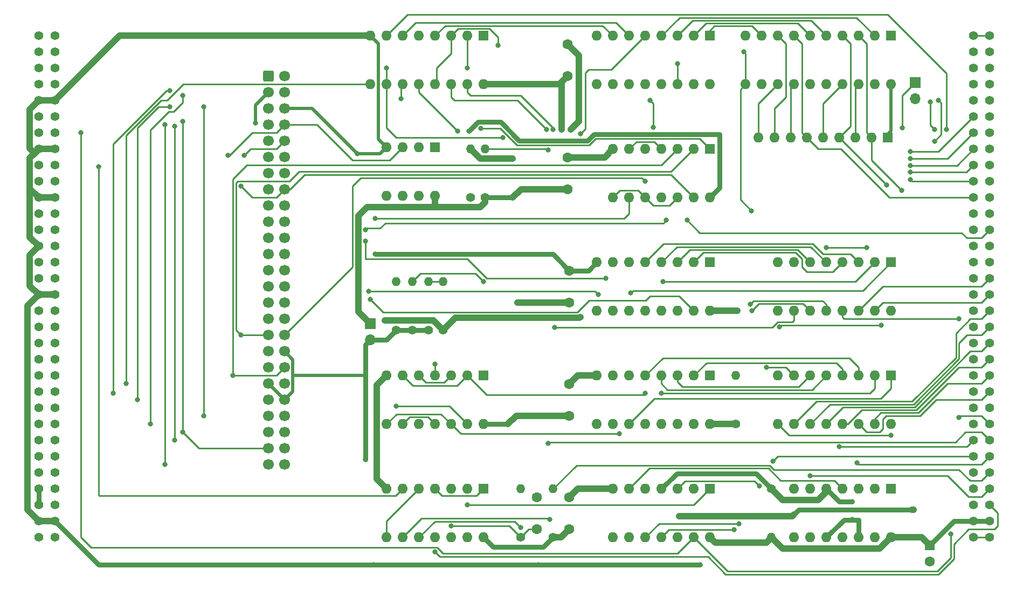
<source format=gbr>
%TF.GenerationSoftware,KiCad,Pcbnew,8.0.6*%
%TF.CreationDate,2024-11-23T08:24:52+01:00*%
%TF.ProjectId,databoard_5076,64617461-626f-4617-9264-5f353037362e,v1.02*%
%TF.SameCoordinates,Original*%
%TF.FileFunction,Copper,L1,Top*%
%TF.FilePolarity,Positive*%
%FSLAX46Y46*%
G04 Gerber Fmt 4.6, Leading zero omitted, Abs format (unit mm)*
G04 Created by KiCad (PCBNEW 8.0.6) date 2024-11-23 08:24:52*
%MOMM*%
%LPD*%
G01*
G04 APERTURE LIST*
G04 Aperture macros list*
%AMRoundRect*
0 Rectangle with rounded corners*
0 $1 Rounding radius*
0 $2 $3 $4 $5 $6 $7 $8 $9 X,Y pos of 4 corners*
0 Add a 4 corners polygon primitive as box body*
4,1,4,$2,$3,$4,$5,$6,$7,$8,$9,$2,$3,0*
0 Add four circle primitives for the rounded corners*
1,1,$1+$1,$2,$3*
1,1,$1+$1,$4,$5*
1,1,$1+$1,$6,$7*
1,1,$1+$1,$8,$9*
0 Add four rect primitives between the rounded corners*
20,1,$1+$1,$2,$3,$4,$5,0*
20,1,$1+$1,$4,$5,$6,$7,0*
20,1,$1+$1,$6,$7,$8,$9,0*
20,1,$1+$1,$8,$9,$2,$3,0*%
G04 Aperture macros list end*
%TA.AperFunction,ComponentPad*%
%ADD10R,1.600000X1.600000*%
%TD*%
%TA.AperFunction,ComponentPad*%
%ADD11O,1.600000X1.600000*%
%TD*%
%TA.AperFunction,ComponentPad*%
%ADD12C,1.400000*%
%TD*%
%TA.AperFunction,ComponentPad*%
%ADD13O,1.400000X1.400000*%
%TD*%
%TA.AperFunction,ComponentPad*%
%ADD14C,1.600000*%
%TD*%
%TA.AperFunction,ComponentPad*%
%ADD15R,1.700000X1.700000*%
%TD*%
%TA.AperFunction,ComponentPad*%
%ADD16O,1.700000X1.700000*%
%TD*%
%TA.AperFunction,ComponentPad*%
%ADD17C,1.422400*%
%TD*%
%TA.AperFunction,ComponentPad*%
%ADD18RoundRect,0.250000X-0.600000X-0.600000X0.600000X-0.600000X0.600000X0.600000X-0.600000X0.600000X0*%
%TD*%
%TA.AperFunction,ComponentPad*%
%ADD19C,1.700000*%
%TD*%
%TA.AperFunction,ViaPad*%
%ADD20C,0.800000*%
%TD*%
%TA.AperFunction,Conductor*%
%ADD21C,0.250000*%
%TD*%
%TA.AperFunction,Conductor*%
%ADD22C,0.750000*%
%TD*%
%TA.AperFunction,Conductor*%
%ADD23C,1.000000*%
%TD*%
%TA.AperFunction,Conductor*%
%ADD24C,0.500000*%
%TD*%
G04 APERTURE END LIST*
D10*
%TO.P,U7,1,D0*%
%TO.N,Net-(U4-D0)*%
X155702000Y-91186000D03*
D11*
%TO.P,U7,2,~{Q0}*%
%TO.N,Net-(U7-~{Q0})*%
X153162000Y-91186000D03*
%TO.P,U7,3,Q0*%
%TO.N,Net-(U7-Q0)*%
X150622000Y-91186000D03*
%TO.P,U7,4,E01*%
%TO.N,Net-(U7-E01)*%
X148082000Y-91186000D03*
%TO.P,U7,5,Q1*%
%TO.N,Net-(U7-Q1)*%
X145542000Y-91186000D03*
%TO.P,U7,6,~{Q1}*%
%TO.N,unconnected-(U7-~{Q1}-Pad6)*%
X143002000Y-91186000D03*
%TO.P,U7,7,D1*%
%TO.N,/XA2*%
X140462000Y-91186000D03*
%TO.P,U7,8,GND*%
%TO.N,GND*%
X137922000Y-91186000D03*
%TO.P,U7,9,D2*%
%TO.N,/XA1*%
X137922000Y-98806000D03*
%TO.P,U7,10,~{Q2}*%
%TO.N,unconnected-(U7-~{Q2}-Pad10)*%
X140462000Y-98806000D03*
%TO.P,U7,11,Q2*%
%TO.N,Net-(U7-Q2)*%
X143002000Y-98806000D03*
%TO.P,U7,12,E23*%
%TO.N,Net-(U7-E01)*%
X145542000Y-98806000D03*
%TO.P,U7,13,Q3*%
%TO.N,Net-(U7-Q3)*%
X148082000Y-98806000D03*
%TO.P,U7,14,~{Q3}*%
%TO.N,unconnected-(U7-~{Q3}-Pad14)*%
X150622000Y-98806000D03*
%TO.P,U7,15,D3*%
%TO.N,/XA0*%
X153162000Y-98806000D03*
%TO.P,U7,16,VCC*%
%TO.N,VCC*%
X155702000Y-98806000D03*
%TD*%
D12*
%TO.P,R9,1*%
%TO.N,VCC*%
X159766000Y-116586000D03*
D13*
%TO.P,R9,2*%
%TO.N,Net-(U4-D0)*%
X159766000Y-108966000D03*
%TD*%
D10*
%TO.P,U11,1*%
%TO.N,Net-(U11-Pad1)*%
X120142000Y-126746000D03*
D11*
%TO.P,U11,2*%
%TO.N,Net-(U9A-~{R})*%
X117602000Y-126746000D03*
%TO.P,U11,3*%
%TO.N,Net-(C7-Pad1)*%
X115062000Y-126746000D03*
%TO.P,U11,4*%
%TO.N,Net-(U11-Pad1)*%
X112522000Y-126746000D03*
%TO.P,U11,5*%
%TO.N,Net-(U11-Pad5)*%
X109982000Y-126746000D03*
%TO.P,U11,6*%
%TO.N,/~{DMARQ}*%
X107442000Y-126746000D03*
%TO.P,U11,7,GND*%
%TO.N,GND*%
X104902000Y-126746000D03*
%TO.P,U11,8*%
%TO.N,Net-(U11-Pad5)*%
X104902000Y-134366000D03*
%TO.P,U11,9*%
%TO.N,/~{TRRQ}*%
X107442000Y-134366000D03*
%TO.P,U11,10*%
%TO.N,Net-(R1-Pad2)*%
X109982000Y-134366000D03*
%TO.P,U11,11*%
%TO.N,/~{PREN}*%
X112522000Y-134366000D03*
%TO.P,U11,12*%
%TO.N,Net-(U11-Pad12)*%
X115062000Y-134366000D03*
%TO.P,U11,13*%
%TO.N,Net-(U12-I4)*%
X117602000Y-134366000D03*
%TO.P,U11,14,VCC*%
%TO.N,VCC*%
X120142000Y-134366000D03*
%TD*%
D12*
%TO.P,R1,1*%
%TO.N,Net-(C7-Pad1)*%
X125984000Y-134366000D03*
D13*
%TO.P,R1,2*%
%TO.N,Net-(R1-Pad2)*%
X125984000Y-126746000D03*
%TD*%
D12*
%TO.P,R2,1*%
%TO.N,VCC*%
X131064000Y-134366000D03*
D13*
%TO.P,R2,2*%
%TO.N,/~{TRRQ}*%
X131064000Y-126746000D03*
%TD*%
D10*
%TO.P,U14,1,OE*%
%TO.N,GND*%
X184150000Y-55626000D03*
D11*
%TO.P,U14,2,O0*%
%TO.N,Net-(U13-I7)*%
X181610000Y-55626000D03*
%TO.P,U14,3,D0*%
%TO.N,/~{INT0}*%
X179070000Y-55626000D03*
%TO.P,U14,4,D1*%
%TO.N,/~{INT1}*%
X176530000Y-55626000D03*
%TO.P,U14,5,O1*%
%TO.N,Net-(U13-I6)*%
X173990000Y-55626000D03*
%TO.P,U14,6,O2*%
%TO.N,Net-(U13-I5)*%
X171450000Y-55626000D03*
%TO.P,U14,7,D2*%
%TO.N,/~{INT2}*%
X168910000Y-55626000D03*
%TO.P,U14,8,D3*%
%TO.N,/~{INT3}*%
X166370000Y-55626000D03*
%TO.P,U14,9,O3*%
%TO.N,Net-(U13-I4)*%
X163830000Y-55626000D03*
%TO.P,U14,10,GND*%
%TO.N,GND*%
X161290000Y-55626000D03*
%TO.P,U14,11,LE*%
%TO.N,Net-(U12-OEa)*%
X161290000Y-63246000D03*
%TO.P,U14,12,O4*%
%TO.N,Net-(U13-I3)*%
X163830000Y-63246000D03*
%TO.P,U14,13,D4*%
%TO.N,/~{INT4}*%
X166370000Y-63246000D03*
%TO.P,U14,14,D5*%
%TO.N,/~{INT5}*%
X168910000Y-63246000D03*
%TO.P,U14,15,O5*%
%TO.N,Net-(U13-I2)*%
X171450000Y-63246000D03*
%TO.P,U14,16,O6*%
%TO.N,Net-(U13-I1)*%
X173990000Y-63246000D03*
%TO.P,U14,17,D6*%
%TO.N,/~{INT6}*%
X176530000Y-63246000D03*
%TO.P,U14,18,D7*%
%TO.N,/~{INT7}*%
X179070000Y-63246000D03*
%TO.P,U14,19,O7*%
%TO.N,Net-(U13-IO)*%
X181610000Y-63246000D03*
%TO.P,U14,20,VCC*%
%TO.N,VCC*%
X184150000Y-63246000D03*
%TD*%
D10*
%TO.P,C6,1*%
%TO.N,VCC*%
X190246000Y-135636000D03*
D14*
%TO.P,C6,2*%
%TO.N,GND*%
X190246000Y-138136000D03*
%TD*%
D12*
%TO.P,R6,1*%
%TO.N,GND*%
X113792000Y-101854000D03*
D13*
%TO.P,R6,2*%
%TO.N,Net-(U5-COMREF)*%
X113792000Y-94234000D03*
%TD*%
D10*
%TO.P,U12,1,OEa*%
%TO.N,Net-(U12-OEa)*%
X120142000Y-55626000D03*
D11*
%TO.P,U12,2,I1*%
%TO.N,Net-(U12-I1)*%
X117602000Y-55626000D03*
%TO.P,U12,3,O1a*%
%TO.N,/D1*%
X115062000Y-55626000D03*
%TO.P,U12,4,I2*%
%TO.N,Net-(U12-I2)*%
X112522000Y-55626000D03*
%TO.P,U12,5,O2a*%
%TO.N,/D2*%
X109982000Y-55626000D03*
%TO.P,U12,6,I3*%
%TO.N,Net-(U12-I3)*%
X107442000Y-55626000D03*
%TO.P,U12,7,O3a*%
%TO.N,/D3*%
X104902000Y-55626000D03*
%TO.P,U12,8,GND*%
%TO.N,GND*%
X102362000Y-55626000D03*
%TO.P,U12,9,O4a*%
%TO.N,/D0*%
X102362000Y-63246000D03*
%TO.P,U12,10,I4*%
%TO.N,Net-(U12-I4)*%
X104902000Y-63246000D03*
%TO.P,U12,11,O5b*%
%TO.N,/D0*%
X107442000Y-63246000D03*
%TO.P,U12,12,I5*%
%TO.N,/~{PREN}*%
X109982000Y-63246000D03*
%TO.P,U12,13,O6b*%
%TO.N,/D1*%
X112522000Y-63246000D03*
%TO.P,U12,14,I6*%
%TO.N,/~{R{slash}W}*%
X115062000Y-63246000D03*
%TO.P,U12,15,OEb*%
%TO.N,Net-(U12-OEb)*%
X117602000Y-63246000D03*
%TO.P,U12,16,VCC*%
%TO.N,VCC*%
X120142000Y-63246000D03*
%TD*%
D10*
%TO.P,U6,1*%
%TO.N,Net-(U11-Pad12)*%
X155702000Y-73406000D03*
D11*
%TO.P,U6,2*%
%TO.N,/~{BUSINT}*%
X153162000Y-73406000D03*
%TO.P,U6,3*%
%TO.N,/XA7*%
X150622000Y-73406000D03*
%TO.P,U6,4*%
%TO.N,Net-(U4-D0)*%
X148082000Y-73406000D03*
%TO.P,U6,5*%
%TO.N,/XA6*%
X145542000Y-73406000D03*
%TO.P,U6,6*%
%TO.N,Net-(U4-D0)*%
X143002000Y-73406000D03*
%TO.P,U6,7,GND*%
%TO.N,GND*%
X140462000Y-73406000D03*
%TO.P,U6,8*%
%TO.N,Net-(U4-D0)*%
X140462000Y-81026000D03*
%TO.P,U6,9*%
%TO.N,/XA5*%
X143002000Y-81026000D03*
%TO.P,U6,10*%
%TO.N,Net-(U4-D0)*%
X145542000Y-81026000D03*
%TO.P,U6,11*%
%TO.N,/XA4*%
X148082000Y-81026000D03*
%TO.P,U6,12*%
%TO.N,Net-(U4-D0)*%
X150622000Y-81026000D03*
%TO.P,U6,13*%
%TO.N,/XA3*%
X153162000Y-81026000D03*
%TO.P,U6,14,VCC*%
%TO.N,VCC*%
X155702000Y-81026000D03*
%TD*%
D14*
%TO.P,C2,1*%
%TO.N,VCC*%
X133604000Y-115276000D03*
%TO.P,C2,2*%
%TO.N,GND*%
X133604000Y-110276000D03*
%TD*%
D12*
%TO.P,R10,1*%
%TO.N,/5+*%
X165354000Y-126746000D03*
D13*
%TO.P,R10,2*%
%TO.N,VCC*%
X165354000Y-134366000D03*
%TD*%
D14*
%TO.P,C5,1*%
%TO.N,VCC*%
X133350000Y-61936000D03*
%TO.P,C5,2*%
%TO.N,GND*%
X133350000Y-56936000D03*
%TD*%
D15*
%TO.P,J2,1,Pin_1*%
%TO.N,/3MHz_I*%
X187960000Y-62992000D03*
D16*
%TO.P,J2,2,Pin_2*%
%TO.N,/3MHz*%
X187960000Y-65532000D03*
%TD*%
D17*
%TO.P,X2,A1,1*%
%TO.N,/-12V*%
X199644000Y-55626000D03*
%TO.P,X2,A2,2*%
%TO.N,GND*%
X199644000Y-58166000D03*
%TO.P,X2,A3,3*%
%TO.N,/~{BPCLK}*%
X199644000Y-60706000D03*
%TO.P,X2,A4,4*%
%TO.N,/GNDB*%
X199644000Y-63246000D03*
%TO.P,X2,A5,5*%
%TO.N,/~{INT}*%
X199644000Y-65786000D03*
%TO.P,X2,A6,6*%
%TO.N,/D7*%
X199644000Y-68326000D03*
%TO.P,X2,A7,7*%
%TO.N,/D6*%
X199644000Y-70866000D03*
%TO.P,X2,A8,8*%
%TO.N,/D5*%
X199644000Y-73406000D03*
%TO.P,X2,A9,9*%
%TO.N,/D4*%
X199644000Y-75946000D03*
%TO.P,X2,A10,10*%
%TO.N,/D3*%
X199644000Y-78486000D03*
%TO.P,X2,A11,11*%
%TO.N,/D2*%
X199644000Y-81026000D03*
%TO.P,X2,A12,12*%
%TO.N,/D1*%
X199644000Y-83566000D03*
%TO.P,X2,A13,13*%
%TO.N,/D0*%
X199644000Y-86106000D03*
%TO.P,X2,A14,14*%
%TO.N,/~{CSB}*%
X199644000Y-88646000D03*
%TO.P,X2,A15,15*%
%TO.N,/~{BUSRST}*%
X199644000Y-91186000D03*
%TO.P,X2,A16,16*%
%TO.N,/~{STAT}*%
X199644000Y-93726000D03*
%TO.P,X2,A17,17*%
%TO.N,/~{INP}*%
X199644000Y-96266000D03*
%TO.P,X2,A18,18*%
%TO.N,/~{C4}*%
X199644000Y-98806000D03*
%TO.P,X2,A19,19*%
%TO.N,/~{C3}*%
X199644000Y-101346000D03*
%TO.P,X2,A20,20*%
%TO.N,/~{C2}*%
X199644000Y-103886000D03*
%TO.P,X2,A21,21*%
%TO.N,/~{C1}*%
X199644000Y-106426000D03*
%TO.P,X2,A22,22*%
%TO.N,/~{OUT}*%
X199644000Y-108966000D03*
%TO.P,X2,A23,23*%
%TO.N,/~{CS}*%
X199644000Y-111506000D03*
%TO.P,X2,A24,24*%
%TO.N,/~{NMI}*%
X199644000Y-114046000D03*
%TO.P,X2,A25,25*%
%TO.N,/~{OPS}*%
X199644000Y-116586000D03*
%TO.P,X2,A26,26*%
%TO.N,/~{R{slash}W}*%
X199644000Y-119126000D03*
%TO.P,X2,A27,27*%
%TO.N,/~{TREN}*%
X199644000Y-121666000D03*
%TO.P,X2,A28,28*%
%TO.N,/~{TRRQ}*%
X199644000Y-124206000D03*
%TO.P,X2,A29,29*%
%TO.N,/~{PRAC}*%
X199644000Y-126746000D03*
%TO.P,X2,A30,30*%
%TO.N,/~{PREN}*%
X199644000Y-129286000D03*
%TO.P,X2,A31,31*%
%TO.N,VCC*%
X199644000Y-131826000D03*
%TO.P,X2,A32,32*%
%TO.N,/12V*%
X199644000Y-134366000D03*
%TO.P,X2,B1,1*%
%TO.N,/-12V*%
X197104000Y-55626000D03*
%TO.P,X2,B2,2*%
%TO.N,GND*%
X197104000Y-58166000D03*
%TO.P,X2,B3,3*%
%TO.N,/~{XMEMWR}*%
X197104000Y-60706000D03*
%TO.P,X2,B4,4*%
%TO.N,/~{XMEMFL}*%
X197104000Y-63246000D03*
%TO.P,X2,B5,5*%
%TO.N,/3MHz*%
X197104000Y-65786000D03*
%TO.P,X2,B6,6*%
%TO.N,/~{INT7}*%
X197104000Y-68326000D03*
%TO.P,X2,B7,7*%
%TO.N,/~{INT6}*%
X197104000Y-70866000D03*
%TO.P,X2,B8,8*%
%TO.N,/~{INT5}*%
X197104000Y-73406000D03*
%TO.P,X2,B9,9*%
%TO.N,/~{INT4}*%
X197104000Y-75946000D03*
%TO.P,X2,B10,10*%
%TO.N,/~{INT3}*%
X197104000Y-78486000D03*
%TO.P,X2,B11,11*%
%TO.N,/~{INT2}*%
X197104000Y-81026000D03*
%TO.P,X2,B12,12*%
%TO.N,/~{INT1}*%
X197104000Y-83566000D03*
%TO.P,X2,B13,13*%
%TO.N,/~{INT0}*%
X197104000Y-86106000D03*
%TO.P,X2,B14,14*%
%TO.N,/~{XCSB2}*%
X197104000Y-88646000D03*
%TO.P,X2,B15,15*%
%TO.N,/~{XCSB3}*%
X197104000Y-91186000D03*
%TO.P,X2,B16,16*%
%TO.N,/~{XCSB4}*%
X197104000Y-93726000D03*
%TO.P,X2,B17,17*%
%TO.N,/~{XCSB5}*%
X197104000Y-96266000D03*
%TO.P,X2,B18,18*%
%TO.N,/A11*%
X197104000Y-98806000D03*
%TO.P,X2,B19,19*%
%TO.N,/A10*%
X197104000Y-101346000D03*
%TO.P,X2,B20,20*%
%TO.N,/A9*%
X197104000Y-103886000D03*
%TO.P,X2,B21,21*%
%TO.N,/~{EXP}*%
X197104000Y-106426000D03*
%TO.P,X2,B22,22*%
%TO.N,/~{BUSEN}*%
X197104000Y-108966000D03*
%TO.P,X2,B23,23*%
%TO.N,/~{DSTB}*%
X197104000Y-111506000D03*
%TO.P,X2,B24,24*%
%TO.N,/A5*%
X197104000Y-114046000D03*
%TO.P,X2,B25,25*%
%TO.N,/A4*%
X197104000Y-116586000D03*
%TO.P,X2,B26,26*%
%TO.N,/~{STRINP}*%
X197104000Y-119126000D03*
%TO.P,X2,B27,27*%
%TO.N,/~{STR_OUT}*%
X197104000Y-121666000D03*
%TO.P,X2,B28,28*%
%TO.N,/A1*%
X197104000Y-124206000D03*
%TO.P,X2,B29,29*%
%TO.N,/A0*%
X197104000Y-126746000D03*
%TO.P,X2,B30,30*%
%TO.N,/~{DIRW{slash}R}*%
X197104000Y-129286000D03*
%TO.P,X2,B31,31*%
%TO.N,VCC*%
X197104000Y-131826000D03*
%TO.P,X2,B32,32*%
%TO.N,/12V*%
X197104000Y-134366000D03*
%TD*%
D12*
%TO.P,R3,1*%
%TO.N,+5V*%
X106426000Y-101854000D03*
D13*
%TO.P,R3,2*%
%TO.N,/~{XINPSTB}*%
X106426000Y-94234000D03*
%TD*%
D18*
%TO.P,J3,1,Pin_1*%
%TO.N,/3MHz_I*%
X86360000Y-61976000D03*
D19*
%TO.P,J3,2,Pin_2*%
%TO.N,/~{3MHz} *%
X88900000Y-61976000D03*
%TO.P,J3,3,Pin_3*%
%TO.N,GND*%
X86360000Y-64516000D03*
%TO.P,J3,4,Pin_4*%
%TO.N,/OUT_X1*%
X88900000Y-64516000D03*
%TO.P,J3,5,Pin_5*%
%TO.N,/~{XINPSTB}*%
X86360000Y-67056000D03*
%TO.P,J3,6,Pin_6*%
%TO.N,GND*%
X88900000Y-67056000D03*
%TO.P,J3,7,Pin_7*%
%TO.N,/OUT_X2*%
X86360000Y-69596000D03*
%TO.P,J3,8,Pin_8*%
%TO.N,/~{XOUTSTB}*%
X88900000Y-69596000D03*
%TO.P,J3,9,Pin_9*%
%TO.N,GND*%
X86360000Y-72136000D03*
%TO.P,J3,10,Pin_10*%
%TO.N,/~{BUSRST}*%
X88900000Y-72136000D03*
%TO.P,J3,11,Pin_11*%
%TO.N,/INP_X1*%
X86360000Y-74676000D03*
%TO.P,J3,12,Pin_12*%
%TO.N,GND*%
X88900000Y-74676000D03*
%TO.P,J3,13,Pin_13*%
%TO.N,/XA5*%
X86360000Y-77216000D03*
%TO.P,J3,14,Pin_14*%
%TO.N,/~{DMARQ}*%
X88900000Y-77216000D03*
%TO.P,J3,15,Pin_15*%
%TO.N,GND*%
X86360000Y-79756000D03*
%TO.P,J3,16,Pin_16*%
%TO.N,/XA3*%
X88900000Y-79756000D03*
%TO.P,J3,17,Pin_17*%
%TO.N,/XA4*%
X86360000Y-82296000D03*
%TO.P,J3,18,Pin_18*%
%TO.N,GND*%
X88900000Y-82296000D03*
%TO.P,J3,19,Pin_19*%
%TO.N,/XA12*%
X86360000Y-84836000D03*
%TO.P,J3,20,Pin_20*%
%TO.N,/XA2*%
X88900000Y-84836000D03*
%TO.P,J3,21,Pin_21*%
%TO.N,GND*%
X86360000Y-87376000D03*
%TO.P,J3,22,Pin_22*%
%TO.N,/XA14*%
X88900000Y-87376000D03*
%TO.P,J3,23,Pin_23*%
%TO.N,/XA13*%
X86360000Y-89916000D03*
%TO.P,J3,24,Pin_24*%
%TO.N,GND*%
X88900000Y-89916000D03*
%TO.P,J3,25,Pin_25*%
%TO.N,/XA8*%
X86360000Y-92456000D03*
%TO.P,J3,26,Pin_26*%
%TO.N,/XA15*%
X88900000Y-92456000D03*
%TO.P,J3,27,Pin_27*%
%TO.N,GND*%
X86360000Y-94996000D03*
%TO.P,J3,28,Pin_28*%
%TO.N,/XA10*%
X88900000Y-94996000D03*
%TO.P,J3,29,Pin_29*%
%TO.N,/XA9*%
X86360000Y-97536000D03*
%TO.P,J3,30,Pin_30*%
%TO.N,GND*%
X88900000Y-97536000D03*
%TO.P,J3,31,Pin_31*%
%TO.N,/XA1*%
X86360000Y-100076000D03*
%TO.P,J3,32,Pin_32*%
%TO.N,/XA11*%
X88900000Y-100076000D03*
%TO.P,J3,33,Pin_33*%
%TO.N,/~{BUSINT}*%
X86360000Y-102616000D03*
%TO.P,J3,34,Pin_34*%
%TO.N,/XA6*%
X88900000Y-102616000D03*
%TO.P,J3,35,Pin_35*%
%TO.N,/XA0*%
X86360000Y-105156000D03*
%TO.P,J3,36,Pin_36*%
%TO.N,+5V*%
X88900000Y-105156000D03*
%TO.P,J3,37,Pin_37*%
%TO.N,/D0*%
X86360000Y-107696000D03*
%TO.P,J3,38,Pin_38*%
%TO.N,/XA7*%
X88900000Y-107696000D03*
%TO.P,J3,39,Pin_39*%
%TO.N,+5V*%
X86360000Y-110236000D03*
%TO.P,J3,40,Pin_40*%
%TO.N,/D2*%
X88900000Y-110236000D03*
%TO.P,J3,41,Pin_41*%
%TO.N,/D1*%
X86360000Y-112776000D03*
%TO.P,J3,42,Pin_42*%
%TO.N,+5V*%
X88900000Y-112776000D03*
%TO.P,J3,43,Pin_43*%
%TO.N,/D4*%
X86360000Y-115316000D03*
%TO.P,J3,44,Pin_44*%
%TO.N,/D3*%
X88900000Y-115316000D03*
%TO.P,J3,45,Pin_45*%
%TO.N,/5V_NC1*%
X86360000Y-117856000D03*
%TO.P,J3,46,Pin_46*%
%TO.N,/D6*%
X88900000Y-117856000D03*
%TO.P,J3,47,Pin_47*%
%TO.N,/D5*%
X86360000Y-120396000D03*
%TO.P,J3,48,Pin_48*%
%TO.N,/5V_NC2*%
X88900000Y-120396000D03*
%TO.P,J3,49,Pin_49*%
%TO.N,/D7*%
X86360000Y-122936000D03*
%TO.P,J3,50,Pin_50*%
%TO.N,unconnected-(J3-Pin_50-Pad50)*%
X88900000Y-122936000D03*
%TD*%
D15*
%TO.P,J1,1,Pin_1*%
%TO.N,VCC*%
X102362000Y-100838000D03*
D16*
%TO.P,J1,2,Pin_2*%
%TO.N,+5V*%
X102362000Y-103378000D03*
%TD*%
D12*
%TO.P,R8,1*%
%TO.N,VCC*%
X120396000Y-81026000D03*
D13*
%TO.P,R8,2*%
%TO.N,/~{R{slash}W}*%
X120396000Y-73406000D03*
%TD*%
D14*
%TO.P,C1,1*%
%TO.N,VCC*%
X133604000Y-133056000D03*
%TO.P,C1,2*%
%TO.N,GND*%
X133604000Y-128056000D03*
%TD*%
D17*
%TO.P,X1,A1,1*%
%TO.N,unconnected-(X1A-1-PadA1)*%
X50292000Y-134366000D03*
%TO.P,X1,A2,2*%
%TO.N,GND*%
X50292000Y-131826000D03*
%TO.P,X1,A3,3*%
%TO.N,+5V*%
X50292000Y-129286000D03*
%TO.P,X1,A4,4*%
X50292000Y-126746000D03*
%TO.P,X1,A5,5*%
%TO.N,unconnected-(X1A-5-PadA5)*%
X50292000Y-124206000D03*
%TO.P,X1,A6,6*%
%TO.N,/D7*%
X50292000Y-121666000D03*
%TO.P,X1,A7,7*%
%TO.N,/D5*%
X50292000Y-119126000D03*
%TO.P,X1,A8,8*%
%TO.N,/D4*%
X50292000Y-116586000D03*
%TO.P,X1,A9,9*%
%TO.N,/D1*%
X50292000Y-114046000D03*
%TO.P,X1,A10,10*%
%TO.N,unconnected-(X1A-10-PadA10)*%
X50292000Y-111506000D03*
%TO.P,X1,A11,11*%
%TO.N,/D0*%
X50292000Y-108966000D03*
%TO.P,X1,A12,12*%
%TO.N,/XA0*%
X50292000Y-106426000D03*
%TO.P,X1,A13,13*%
%TO.N,/~{BUSINT}*%
X50292000Y-103886000D03*
%TO.P,X1,A14,14*%
%TO.N,/XA1*%
X50292000Y-101346000D03*
%TO.P,X1,A15,15*%
%TO.N,unconnected-(X1A-15-PadA15)*%
X50292000Y-98806000D03*
%TO.P,X1,A16,16*%
%TO.N,GND*%
X50292000Y-96266000D03*
%TO.P,X1,A17,17*%
%TO.N,unconnected-(X1A-17-PadA17)*%
X50292000Y-93726000D03*
%TO.P,X1,A18,18*%
%TO.N,unconnected-(X1A-18-PadA18)*%
X50292000Y-91186000D03*
%TO.P,X1,A19,19*%
%TO.N,GND*%
X50292000Y-88646000D03*
%TO.P,X1,A20,20*%
%TO.N,unconnected-(X1A-20-PadA20)*%
X50292000Y-86106000D03*
%TO.P,X1,A21,21*%
%TO.N,/XA4*%
X50292000Y-83566000D03*
%TO.P,X1,A22,22*%
%TO.N,GND*%
X50292000Y-81026000D03*
%TO.P,X1,A23,23*%
%TO.N,unconnected-(X1A-23-PadA23)*%
X50292000Y-78486000D03*
%TO.P,X1,A24,24*%
%TO.N,/XA5*%
X50292000Y-75946000D03*
%TO.P,X1,A25,25*%
%TO.N,GND*%
X50292000Y-73406000D03*
%TO.P,X1,A26,26*%
%TO.N,unconnected-(X1A-26-PadA26)*%
X50292000Y-70866000D03*
%TO.P,X1,A27,27*%
%TO.N,unconnected-(X1A-27-PadA27)*%
X50292000Y-68326000D03*
%TO.P,X1,A28,28*%
%TO.N,GND*%
X50292000Y-65786000D03*
%TO.P,X1,A29,29*%
%TO.N,unconnected-(X1A-29-PadA29)*%
X50292000Y-63246000D03*
%TO.P,X1,A30,30*%
%TO.N,unconnected-(X1A-30-PadA30)*%
X50292000Y-60706000D03*
%TO.P,X1,A31,31*%
%TO.N,VCC*%
X50292000Y-58166000D03*
%TO.P,X1,A32,32*%
%TO.N,/~{XINPSTB}*%
X50292000Y-55626000D03*
%TO.P,X1,B1,1*%
%TO.N,unconnected-(X1B-1-PadB1)*%
X52832000Y-134366000D03*
%TO.P,X1,B2,2*%
%TO.N,GND*%
X52832000Y-131826000D03*
%TO.P,X1,B3,3*%
%TO.N,unconnected-(X1B-3-PadB3)*%
X52832000Y-129286000D03*
%TO.P,X1,B4,4*%
%TO.N,unconnected-(X1B-4-PadB4)*%
X52832000Y-126746000D03*
%TO.P,X1,B5,5*%
%TO.N,unconnected-(X1B-5-PadB5)*%
X52832000Y-124206000D03*
%TO.P,X1,B6,6*%
%TO.N,unconnected-(X1B-6-PadB6)*%
X52832000Y-121666000D03*
%TO.P,X1,B7,7*%
%TO.N,/D6*%
X52832000Y-119126000D03*
%TO.P,X1,B8,8*%
%TO.N,/D3*%
X52832000Y-116586000D03*
%TO.P,X1,B9,9*%
%TO.N,unconnected-(X1B-9-PadB9)*%
X52832000Y-114046000D03*
%TO.P,X1,B10,10*%
%TO.N,/D2*%
X52832000Y-111506000D03*
%TO.P,X1,B11,11*%
%TO.N,/XA7*%
X52832000Y-108966000D03*
%TO.P,X1,B12,12*%
%TO.N,unconnected-(X1B-12-PadB12)*%
X52832000Y-106426000D03*
%TO.P,X1,B13,13*%
%TO.N,/XA6*%
X52832000Y-103886000D03*
%TO.P,X1,B14,14*%
%TO.N,unconnected-(X1B-14-PadB14)*%
X52832000Y-101346000D03*
%TO.P,X1,B15,15*%
%TO.N,unconnected-(X1B-15-PadB15)*%
X52832000Y-98806000D03*
%TO.P,X1,B16,16*%
%TO.N,GND*%
X52832000Y-96266000D03*
%TO.P,X1,B17,17*%
%TO.N,unconnected-(X1B-17-PadB17)*%
X52832000Y-93726000D03*
%TO.P,X1,B18,18*%
%TO.N,unconnected-(X1B-18-PadB18)*%
X52832000Y-91186000D03*
%TO.P,X1,B19,19*%
%TO.N,GND*%
X52832000Y-88646000D03*
%TO.P,X1,B20,20*%
%TO.N,/XA2*%
X52832000Y-86106000D03*
%TO.P,X1,B21,21*%
%TO.N,unconnected-(X1B-21-PadB21)*%
X52832000Y-83566000D03*
%TO.P,X1,B22,22*%
%TO.N,GND*%
X52832000Y-81026000D03*
%TO.P,X1,B23,23*%
%TO.N,/XA3*%
X52832000Y-78486000D03*
%TO.P,X1,B24,24*%
%TO.N,/~{DMARQ}*%
X52832000Y-75946000D03*
%TO.P,X1,B25,25*%
%TO.N,GND*%
X52832000Y-73406000D03*
%TO.P,X1,B26,26*%
%TO.N,/~{BUSRST}*%
X52832000Y-70866000D03*
%TO.P,X1,B27,27*%
%TO.N,/~{XOUTSTB}*%
X52832000Y-68326000D03*
%TO.P,X1,B28,28*%
%TO.N,GND*%
X52832000Y-65786000D03*
%TO.P,X1,B29,29*%
%TO.N,unconnected-(X1B-29-PadB29)*%
X52832000Y-63246000D03*
%TO.P,X1,B30,30*%
%TO.N,unconnected-(X1B-30-PadB30)*%
X52832000Y-60706000D03*
%TO.P,X1,B31,31*%
%TO.N,VCC*%
X52832000Y-58166000D03*
%TO.P,X1,B32,32*%
%TO.N,unconnected-(X1B-32-PadB32)*%
X52832000Y-55626000D03*
%TD*%
D10*
%TO.P,U8,1,A0*%
%TO.N,Net-(U7-Q2)*%
X184150000Y-91186000D03*
D11*
%TO.P,U8,2,A1*%
%TO.N,Net-(U7-Q3)*%
X181610000Y-91186000D03*
%TO.P,U8,3,A2*%
%TO.N,Net-(U7-Q1)*%
X179070000Y-91186000D03*
%TO.P,U8,4,~{E1}*%
%TO.N,Net-(U7-~{Q0})*%
X176530000Y-91186000D03*
%TO.P,U8,5,~{E2}*%
%TO.N,Net-(U7-E01)*%
X173990000Y-91186000D03*
%TO.P,U8,6,E3*%
%TO.N,Net-(U7-Q0)*%
X171450000Y-91186000D03*
%TO.P,U8,7,~{Y7}*%
%TO.N,Net-(U12-OEa)*%
X168910000Y-91186000D03*
%TO.P,U8,8,GND*%
%TO.N,GND*%
X166370000Y-91186000D03*
%TO.P,U8,9,~{Y6}*%
%TO.N,Net-(U8-~{Y6})*%
X166370000Y-98806000D03*
%TO.P,U8,10,~{Y5}*%
%TO.N,Net-(U12-OEb)*%
X168910000Y-98806000D03*
%TO.P,U8,11,~{Y4}*%
%TO.N,Net-(U8-~{Y4})*%
X171450000Y-98806000D03*
%TO.P,U8,12,~{Y3}*%
%TO.N,Net-(U8-~{Y3})*%
X173990000Y-98806000D03*
%TO.P,U8,13,~{Y2}*%
%TO.N,/~{OPS}*%
X176530000Y-98806000D03*
%TO.P,U8,14,~{Y1}*%
%TO.N,/~{STAT}*%
X179070000Y-98806000D03*
%TO.P,U8,15,~{Y0}*%
%TO.N,/~{INP}*%
X181610000Y-98806000D03*
%TO.P,U8,16,VCC*%
%TO.N,VCC*%
X184150000Y-98806000D03*
%TD*%
D10*
%TO.P,RN1,1,common*%
%TO.N,VCC*%
X183642000Y-71628000D03*
D11*
%TO.P,RN1,2,R1*%
%TO.N,/~{INT0}*%
X181102000Y-71628000D03*
%TO.P,RN1,3,R2*%
%TO.N,/~{INT7}*%
X178562000Y-71628000D03*
%TO.P,RN1,4,R3*%
%TO.N,/~{INT1}*%
X176022000Y-71628000D03*
%TO.P,RN1,5,R4*%
%TO.N,/~{INT6}*%
X173482000Y-71628000D03*
%TO.P,RN1,6,R5*%
%TO.N,/~{INT2}*%
X170942000Y-71628000D03*
%TO.P,RN1,7,R6*%
%TO.N,/~{INT5}*%
X168402000Y-71628000D03*
%TO.P,RN1,8,R7*%
%TO.N,/~{INT3}*%
X165862000Y-71628000D03*
%TO.P,RN1,9,R8*%
%TO.N,/~{INT4}*%
X163322000Y-71628000D03*
%TD*%
D10*
%TO.P,U5,1,1OUT*%
%TO.N,Net-(U5-1OUT)*%
X112522000Y-73162000D03*
D11*
%TO.P,U5,2,COMSTRB*%
%TO.N,GND*%
X109982000Y-73162000D03*
%TO.P,U5,3,1LINE*%
%TO.N,/~{XOUTSTB}*%
X107442000Y-73162000D03*
%TO.P,U5,4,GND*%
%TO.N,GND*%
X104902000Y-73162000D03*
%TO.P,U5,5,2LINE*%
%TO.N,/~{XINPSTB}*%
X104902000Y-80782000D03*
%TO.P,U5,6,COMREF*%
%TO.N,Net-(U5-COMREF)*%
X107442000Y-80782000D03*
%TO.P,U5,7,2OUT*%
%TO.N,Net-(U5-2OUT)*%
X109982000Y-80782000D03*
%TO.P,U5,8,VCC*%
%TO.N,VCC*%
X112522000Y-80782000D03*
%TD*%
D10*
%TO.P,U3,1,A0*%
%TO.N,Net-(U3-A0)*%
X184150000Y-108966000D03*
D11*
%TO.P,U3,2,A1*%
%TO.N,Net-(U3-A1)*%
X181610000Y-108966000D03*
%TO.P,U3,3,A2*%
%TO.N,Net-(U3-A2)*%
X179070000Y-108966000D03*
%TO.P,U3,4,~{E1}*%
%TO.N,Net-(U3-~{E1})*%
X176530000Y-108966000D03*
%TO.P,U3,5,~{E2}*%
%TO.N,Net-(U3-~{E2})*%
X173990000Y-108966000D03*
%TO.P,U3,6,E3*%
%TO.N,Net-(U3-E3)*%
X171450000Y-108966000D03*
%TO.P,U3,7,~{Y7}*%
%TO.N,Net-(U3-~{Y7})*%
X168910000Y-108966000D03*
%TO.P,U3,8,GND*%
%TO.N,GND*%
X166370000Y-108966000D03*
%TO.P,U3,9,~{Y6}*%
%TO.N,Net-(U3-~{Y6})*%
X166370000Y-116586000D03*
%TO.P,U3,10,~{Y5}*%
%TO.N,/~{C4}*%
X168910000Y-116586000D03*
%TO.P,U3,11,~{Y4}*%
%TO.N,/~{C3}*%
X171450000Y-116586000D03*
%TO.P,U3,12,~{Y3}*%
%TO.N,/~{C2}*%
X173990000Y-116586000D03*
%TO.P,U3,13,~{Y2}*%
%TO.N,/~{C1}*%
X176530000Y-116586000D03*
%TO.P,U3,14,~{Y1}*%
%TO.N,/~{CS}*%
X179070000Y-116586000D03*
%TO.P,U3,15,~{Y0}*%
%TO.N,/~{OUT}*%
X181610000Y-116586000D03*
%TO.P,U3,16,VCC*%
%TO.N,VCC*%
X184150000Y-116586000D03*
%TD*%
D10*
%TO.P,U13,1,I4*%
%TO.N,Net-(U13-I4)*%
X155702000Y-55626000D03*
D11*
%TO.P,U13,2,I5*%
%TO.N,Net-(U13-I5)*%
X153162000Y-55626000D03*
%TO.P,U13,3,I6*%
%TO.N,Net-(U13-I6)*%
X150622000Y-55626000D03*
%TO.P,U13,4,I7*%
%TO.N,Net-(U13-I7)*%
X148082000Y-55626000D03*
%TO.P,U13,5,EI*%
%TO.N,Net-(U13-EI)*%
X145542000Y-55626000D03*
%TO.P,U13,6,S2*%
%TO.N,Net-(U12-I3)*%
X143002000Y-55626000D03*
%TO.P,U13,7,S1*%
%TO.N,Net-(U12-I2)*%
X140462000Y-55626000D03*
%TO.P,U13,8,GND*%
%TO.N,GND*%
X137922000Y-55626000D03*
%TO.P,U13,9,S0*%
%TO.N,Net-(U12-I1)*%
X137922000Y-63246000D03*
%TO.P,U13,10,IO*%
%TO.N,Net-(U13-IO)*%
X140462000Y-63246000D03*
%TO.P,U13,11,I1*%
%TO.N,Net-(U13-I1)*%
X143002000Y-63246000D03*
%TO.P,U13,12,I2*%
%TO.N,Net-(U13-I2)*%
X145542000Y-63246000D03*
%TO.P,U13,13,I3*%
%TO.N,Net-(U13-I3)*%
X148082000Y-63246000D03*
%TO.P,U13,14,GS*%
%TO.N,Net-(U12-I4)*%
X150622000Y-63246000D03*
%TO.P,U13,15,EO*%
%TO.N,unconnected-(U13-EO-Pad15)*%
X153162000Y-63246000D03*
%TO.P,U13,16,VCC*%
%TO.N,VCC*%
X155702000Y-63246000D03*
%TD*%
D12*
%TO.P,R4,1*%
%TO.N,+5V*%
X108966000Y-101854000D03*
D13*
%TO.P,R4,2*%
%TO.N,/~{XOUTSTB}*%
X108966000Y-94234000D03*
%TD*%
D10*
%TO.P,U2,1*%
%TO.N,Net-(U3-~{Y6})*%
X184150000Y-126746000D03*
D11*
%TO.P,U2,2*%
%TO.N,Net-(U8-~{Y6})*%
X181610000Y-126746000D03*
%TO.P,U2,3*%
%TO.N,/~{TREN}*%
X179070000Y-126746000D03*
%TO.P,U2,4*%
%TO.N,Net-(U9A-~{Q})*%
X176530000Y-126746000D03*
%TO.P,U2,5*%
%TO.N,/5+*%
X173990000Y-126746000D03*
%TO.P,U2,6*%
%TO.N,/~{PRAC}*%
X171450000Y-126746000D03*
%TO.P,U2,7,GND*%
%TO.N,GND*%
X168910000Y-126746000D03*
%TO.P,U2,8*%
%TO.N,/~{STR_OUT}*%
X168910000Y-134366000D03*
%TO.P,U2,9*%
%TO.N,Net-(U3-~{E2})*%
X171450000Y-134366000D03*
%TO.P,U2,10*%
%TO.N,/5+*%
X173990000Y-134366000D03*
%TO.P,U2,11*%
%TO.N,/~{STRINP}*%
X176530000Y-134366000D03*
%TO.P,U2,12*%
%TO.N,/5+*%
X179070000Y-134366000D03*
%TO.P,U2,13*%
%TO.N,Net-(U7-E01)*%
X181610000Y-134366000D03*
%TO.P,U2,14,VCC*%
%TO.N,VCC*%
X184150000Y-134366000D03*
%TD*%
D10*
%TO.P,U4,1,D0*%
%TO.N,Net-(U4-D0)*%
X155702000Y-108966000D03*
D11*
%TO.P,U4,2,~{Q0}*%
%TO.N,Net-(U3-~{E1})*%
X153162000Y-108966000D03*
%TO.P,U4,3,Q0*%
%TO.N,Net-(U3-E3)*%
X150622000Y-108966000D03*
%TO.P,U4,4,E01*%
%TO.N,Net-(U3-~{E2})*%
X148082000Y-108966000D03*
%TO.P,U4,5,Q1*%
%TO.N,Net-(U3-A2)*%
X145542000Y-108966000D03*
%TO.P,U4,6,~{Q1}*%
%TO.N,unconnected-(U4-~{Q1}-Pad6)*%
X143002000Y-108966000D03*
%TO.P,U4,7,D1*%
%TO.N,/XA2*%
X140462000Y-108966000D03*
%TO.P,U4,8,GND*%
%TO.N,GND*%
X137922000Y-108966000D03*
%TO.P,U4,9,D2*%
%TO.N,/XA1*%
X137922000Y-116586000D03*
%TO.P,U4,10,~{Q2}*%
%TO.N,unconnected-(U4-~{Q2}-Pad10)*%
X140462000Y-116586000D03*
%TO.P,U4,11,Q2*%
%TO.N,Net-(U3-A0)*%
X143002000Y-116586000D03*
%TO.P,U4,12,E23*%
%TO.N,Net-(U3-~{E2})*%
X145542000Y-116586000D03*
%TO.P,U4,13,Q3*%
%TO.N,Net-(U3-A1)*%
X148082000Y-116586000D03*
%TO.P,U4,14,~{Q3}*%
%TO.N,unconnected-(U4-~{Q3}-Pad14)*%
X150622000Y-116586000D03*
%TO.P,U4,15,D3*%
%TO.N,/XA0*%
X153162000Y-116586000D03*
%TO.P,U4,16,VCC*%
%TO.N,VCC*%
X155702000Y-116586000D03*
%TD*%
D10*
%TO.P,U9,1,~{R}*%
%TO.N,Net-(U9A-~{R})*%
X155702000Y-126746000D03*
D11*
%TO.P,U9,2,D*%
%TO.N,/D0*%
X153162000Y-126746000D03*
%TO.P,U9,3,C*%
%TO.N,Net-(U3-~{Y7})*%
X150622000Y-126746000D03*
%TO.P,U9,4,~{S}*%
%TO.N,/5+*%
X148082000Y-126746000D03*
%TO.P,U9,5,Q*%
%TO.N,unconnected-(U9A-Q-Pad5)*%
X145542000Y-126746000D03*
%TO.P,U9,6,~{Q}*%
%TO.N,Net-(U9A-~{Q})*%
X143002000Y-126746000D03*
%TO.P,U9,7,GND*%
%TO.N,GND*%
X140462000Y-126746000D03*
%TO.P,U9,8,~{Q}*%
%TO.N,Net-(U13-EI)*%
X140462000Y-134366000D03*
%TO.P,U9,9,Q*%
%TO.N,unconnected-(U9B-Q-Pad9)*%
X143002000Y-134366000D03*
%TO.P,U9,10,~{S}*%
%TO.N,Net-(U8-~{Y3})*%
X145542000Y-134366000D03*
%TO.P,U9,11,C*%
%TO.N,Net-(U8-~{Y4})*%
X148082000Y-134366000D03*
%TO.P,U9,12,D*%
%TO.N,GND*%
X150622000Y-134366000D03*
%TO.P,U9,13,~{R}*%
%TO.N,/~{BUSRST}*%
X153162000Y-134366000D03*
%TO.P,U9,14,VCC*%
%TO.N,VCC*%
X155702000Y-134366000D03*
%TD*%
D14*
%TO.P,C7,1*%
%TO.N,Net-(C7-Pad1)*%
X128524000Y-133096000D03*
%TO.P,C7,2*%
%TO.N,GND*%
X128524000Y-128096000D03*
%TD*%
D10*
%TO.P,U1,1*%
%TO.N,/~{XOUTSTB}*%
X120142000Y-108966000D03*
D11*
%TO.P,U1,2*%
%TO.N,Net-(U3-~{E2})*%
X117602000Y-108966000D03*
%TO.P,U1,3*%
%TO.N,Net-(U1-Pad3)*%
X115062000Y-108966000D03*
%TO.P,U1,4*%
%TO.N,Net-(U5-1OUT)*%
X112522000Y-108966000D03*
%TO.P,U1,5*%
%TO.N,Net-(U1-Pad3)*%
X109982000Y-108966000D03*
%TO.P,U1,6*%
%TO.N,Net-(U3-~{E2})*%
X107442000Y-108966000D03*
%TO.P,U1,7,GND*%
%TO.N,GND*%
X104902000Y-108966000D03*
%TO.P,U1,8*%
%TO.N,Net-(U7-E01)*%
X104902000Y-116586000D03*
%TO.P,U1,9*%
%TO.N,Net-(U1-Pad11)*%
X107442000Y-116586000D03*
%TO.P,U1,10*%
%TO.N,Net-(U5-2OUT)*%
X109982000Y-116586000D03*
%TO.P,U1,11*%
%TO.N,Net-(U1-Pad11)*%
X112522000Y-116586000D03*
%TO.P,U1,12*%
%TO.N,Net-(U7-E01)*%
X115062000Y-116586000D03*
%TO.P,U1,13*%
%TO.N,/~{XINPSTB}*%
X117602000Y-116586000D03*
%TO.P,U1,14,VCC*%
%TO.N,VCC*%
X120142000Y-116586000D03*
%TD*%
D14*
%TO.P,C3,1*%
%TO.N,VCC*%
X133604000Y-97496000D03*
%TO.P,C3,2*%
%TO.N,GND*%
X133604000Y-92496000D03*
%TD*%
D12*
%TO.P,R5,1*%
%TO.N,+5V*%
X111506000Y-101854000D03*
D13*
%TO.P,R5,2*%
%TO.N,Net-(U5-COMREF)*%
X111506000Y-94234000D03*
%TD*%
D14*
%TO.P,C4,1*%
%TO.N,VCC*%
X133350000Y-79716000D03*
%TO.P,C4,2*%
%TO.N,GND*%
X133350000Y-74716000D03*
%TD*%
D12*
%TO.P,R7,1*%
%TO.N,/~{PREN}*%
X118110000Y-81026000D03*
D13*
%TO.P,R7,2*%
%TO.N,VCC*%
X118110000Y-73406000D03*
%TD*%
D20*
%TO.N,Net-(U5-1OUT)*%
X112522000Y-107188000D03*
%TO.N,/~{BUSRST}*%
X56896000Y-70865992D03*
X82550000Y-74422000D03*
X193562933Y-133874702D03*
%TO.N,/D0*%
X64008012Y-110236000D03*
X146812000Y-69961000D03*
X107188000Y-65532000D03*
X152146000Y-84582000D03*
X146304000Y-65786000D03*
%TO.N,/D2*%
X70866000Y-64262000D03*
X61976000Y-111760000D03*
X190289743Y-66059457D03*
X191008000Y-70358000D03*
%TO.N,/D1*%
X190967992Y-72176008D03*
X191626175Y-65736485D03*
X70865998Y-66802000D03*
X122428000Y-57150000D03*
X65785992Y-112776000D03*
%TO.N,/D4*%
X76200004Y-115315996D03*
X76200000Y-66802000D03*
%TO.N,Net-(U3-~{Y6})*%
X184145347Y-118359347D03*
%TO.N,Net-(U8-~{Y6})*%
X182626000Y-101092000D03*
X166624000Y-101346000D03*
%TO.N,Net-(U7-E01)*%
X180340000Y-88899998D03*
X173990005Y-88899995D03*
X141478000Y-118110000D03*
%TO.N,/D3*%
X67818000Y-116586000D03*
X192861267Y-70372889D03*
X72898000Y-65024000D03*
%TO.N,/D6*%
X71627980Y-119126000D03*
X71628000Y-69850000D03*
%TO.N,/D5*%
X72898000Y-69088014D03*
X72898000Y-117856000D03*
%TO.N,/D7*%
X70104000Y-69596000D03*
X70103990Y-122935998D03*
%TO.N,/~{PREN}*%
X116077996Y-70612000D03*
X112522000Y-136652000D03*
%TO.N,/~{R{slash}W}*%
X130321881Y-73524000D03*
X130048000Y-70358014D03*
X130302000Y-119634000D03*
%TO.N,/~{INT7}*%
X187198000Y-73816327D03*
%TO.N,/~{INT6}*%
X187225143Y-74925664D03*
%TO.N,VCC*%
X124714000Y-74930000D03*
X117856000Y-70612000D03*
X125476007Y-97535993D03*
X132418003Y-70358000D03*
X124714000Y-81026000D03*
X160020000Y-98806000D03*
X101854000Y-82550000D03*
X123952000Y-116586000D03*
%TO.N,/~{INT4}*%
X187198279Y-77025239D03*
%TO.N,/~{INT3}*%
X187198000Y-78232000D03*
%TO.N,Net-(U12-OEb)*%
X131064000Y-70358000D03*
X131318000Y-101435000D03*
%TO.N,/~{INT1}*%
X183428002Y-79034008D03*
%TO.N,Net-(U3-~{E2})*%
X145542000Y-111760000D03*
%TO.N,/~{INT0}*%
X185801000Y-79883000D03*
%TO.N,/~{TREN}*%
X178816000Y-122682000D03*
%TO.N,/~{PRAC}*%
X171450000Y-124714000D03*
%TO.N,Net-(U12-OEa)*%
X161036000Y-58166000D03*
X162243362Y-83104222D03*
%TO.N,Net-(U3-A1)*%
X148082000Y-111760000D03*
%TO.N,Net-(R1-Pad2)*%
X125984000Y-132842000D03*
%TO.N,GND*%
X128778000Y-138684000D03*
X168910000Y-130810000D03*
X84328000Y-69342000D03*
X133858000Y-70357992D03*
X104648000Y-100330000D03*
X102870000Y-138684000D03*
X150876000Y-131064000D03*
X100330000Y-74168000D03*
X103124000Y-89916000D03*
X187706000Y-130048000D03*
X154177985Y-138683987D03*
X135382000Y-99822000D03*
%TO.N,/~{STR_OUT}*%
X165608000Y-122428000D03*
%TO.N,Net-(C7-Pad1)*%
X115062000Y-132588000D03*
%TO.N,/~{STRINP}*%
X176022000Y-120142000D03*
%TO.N,+5V*%
X101600000Y-122174000D03*
%TO.N,Net-(U7-Q2)*%
X143256000Y-96012000D03*
%TO.N,Net-(U7-Q3)*%
X148340653Y-94238653D03*
%TO.N,Net-(U3-~{Y7})*%
X163457652Y-126299222D03*
X164592000Y-107695990D03*
%TO.N,Net-(U11-Pad12)*%
X119690478Y-70156382D03*
%TO.N,Net-(U9A-~{R})*%
X117602000Y-129286000D03*
%TO.N,Net-(U8-~{Y4})*%
X159512000Y-133204633D03*
X162306000Y-98806000D03*
%TO.N,Net-(U8-~{Y3})*%
X160235371Y-132196232D03*
X162052000Y-97743299D03*
%TO.N,/~{OPS}*%
X194818000Y-100076000D03*
X194818000Y-115570000D03*
%TO.N,Net-(U13-EI)*%
X135404994Y-70997450D03*
%TO.N,Net-(U12-I1)*%
X117602000Y-60706000D03*
%TO.N,Net-(U12-I4)*%
X104902000Y-60706000D03*
X150621999Y-60045000D03*
X123190000Y-71628000D03*
%TO.N,/3MHz_I*%
X185902602Y-70104000D03*
%TO.N,/~{XINPSTB}*%
X106426000Y-113792000D03*
%TO.N,/~{XOUTSTB}*%
X120142000Y-94234000D03*
X80010000Y-74422000D03*
%TO.N,/XA5*%
X103124000Y-84328000D03*
%TO.N,/~{DMARQ}*%
X59690000Y-76200000D03*
%TO.N,/XA3*%
X82046653Y-79243347D03*
%TO.N,/XA4*%
X148844000Y-84582000D03*
X101600000Y-86106000D03*
%TO.N,/XA1*%
X138176000Y-96266000D03*
X102108000Y-95758000D03*
%TO.N,/~{BUSINT}*%
X82042000Y-102616000D03*
%TO.N,/XA6*%
X145542000Y-78485994D03*
%TO.N,/XA0*%
X102362000Y-97028000D03*
%TO.N,/XA7*%
X80776784Y-108966000D03*
%TO.N,/XA2*%
X101600000Y-87884000D03*
X139337000Y-93725994D03*
%TO.N,/~{INT5}*%
X187198000Y-75975241D03*
%TO.N,/~{TRRQ}*%
X130556000Y-131572000D03*
%TO.N,/5+*%
X178054000Y-128778000D03*
X178054000Y-131572000D03*
%TD*%
D21*
%TO.N,Net-(U5-COMREF)*%
X113792000Y-94234000D02*
X111506000Y-94234000D01*
%TO.N,Net-(U5-1OUT)*%
X112522000Y-108966000D02*
X112522000Y-107188000D01*
%TO.N,/~{BUSRST}*%
X158496000Y-139700000D02*
X191389000Y-139700000D01*
X87630000Y-73406000D02*
X88900000Y-72136000D01*
X191389000Y-139700000D02*
X193562933Y-137526067D01*
X112822305Y-135927000D02*
X58457000Y-135927000D01*
X150622000Y-136906000D02*
X113801305Y-136906000D01*
X193562933Y-137526067D02*
X193562933Y-133874702D01*
X113801305Y-136906000D02*
X112822305Y-135927000D01*
X56896000Y-134366000D02*
X56896000Y-70865992D01*
X58457000Y-135927000D02*
X56896000Y-134366000D01*
X83566000Y-73406000D02*
X87630000Y-73406000D01*
X82550000Y-74422000D02*
X83566000Y-73406000D01*
X153162000Y-134366000D02*
X158496000Y-139700000D01*
X153162000Y-134366000D02*
X150622000Y-136906000D01*
%TO.N,/D0*%
X64008012Y-71248384D02*
X64008012Y-110236000D01*
X102362000Y-63246000D02*
X72978016Y-63246000D01*
X69470396Y-65786000D02*
X64008012Y-71248384D01*
X196088000Y-87376000D02*
X198374000Y-87376000D01*
X70438016Y-65786000D02*
X69470396Y-65786000D01*
X154120000Y-86556000D02*
X195268000Y-86556000D01*
X146304000Y-65786000D02*
X146812000Y-66294000D01*
X107188000Y-65532000D02*
X107188000Y-63500000D01*
X107188000Y-63500000D02*
X107442000Y-63246000D01*
X72978016Y-63246000D02*
X70438016Y-65786000D01*
X146812000Y-66294000D02*
X146812000Y-69961000D01*
X198374000Y-87376000D02*
X199644000Y-86106000D01*
X152146000Y-84582000D02*
X154120000Y-86556000D01*
X195268000Y-86556000D02*
X196088000Y-87376000D01*
%TO.N,/D2*%
X61976000Y-72644000D02*
X70358000Y-64262000D01*
X61976000Y-111760000D02*
X61976000Y-72644000D01*
X190289743Y-69639743D02*
X191008000Y-70358000D01*
X190289743Y-66059457D02*
X190289743Y-69639743D01*
X70358000Y-64262000D02*
X70866000Y-64262000D01*
%TO.N,/D1*%
X65785992Y-70106800D02*
X69090792Y-66802000D01*
X191626175Y-65736485D02*
X192024000Y-66134310D01*
X121076620Y-54501000D02*
X122428000Y-55852380D01*
X65785992Y-112776000D02*
X65785992Y-70106800D01*
X192024000Y-71120000D02*
X190967992Y-72176008D01*
X112776000Y-60706000D02*
X112776000Y-62992000D01*
X115062000Y-55626000D02*
X115062000Y-58420000D01*
X69090792Y-66802000D02*
X70865998Y-66802000D01*
X192024000Y-66134310D02*
X192024000Y-71120000D01*
X115062000Y-55626000D02*
X116187000Y-54501000D01*
X116187000Y-54501000D02*
X121076620Y-54501000D01*
X115062000Y-58420000D02*
X112776000Y-60706000D01*
X122428000Y-55852380D02*
X122428000Y-57150000D01*
X112776000Y-62992000D02*
X112522000Y-63246000D01*
%TO.N,/D4*%
X76200000Y-71628000D02*
X76200000Y-66802000D01*
X76200000Y-115315992D02*
X76200000Y-71628000D01*
X76200004Y-115315996D02*
X76200000Y-115315992D01*
%TO.N,Net-(U3-~{Y6})*%
X168143347Y-118359347D02*
X184145347Y-118359347D01*
X166370000Y-116586000D02*
X168143347Y-118359347D01*
%TO.N,Net-(U8-~{Y6})*%
X182626000Y-101092000D02*
X166878000Y-101092000D01*
X166878000Y-101092000D02*
X166624000Y-101346000D01*
%TO.N,Net-(U7-E01)*%
X113487000Y-115011000D02*
X115062000Y-116586000D01*
X141478000Y-118110000D02*
X116586000Y-118110000D01*
X148082000Y-91186000D02*
X150506000Y-88762000D01*
X116586000Y-118110000D02*
X115062000Y-116586000D01*
X171566000Y-88762000D02*
X173990000Y-91186000D01*
X106477000Y-115011000D02*
X113487000Y-115011000D01*
X150506000Y-88762000D02*
X171566000Y-88762000D01*
X173990005Y-88899995D02*
X180339997Y-88899995D01*
X180339997Y-88899995D02*
X180340000Y-88899998D01*
X104902000Y-116586000D02*
X106477000Y-115011000D01*
%TO.N,Net-(U1-Pad11)*%
X107442000Y-116586000D02*
X108567000Y-115461000D01*
X111397000Y-115461000D02*
X112522000Y-116586000D01*
X108567000Y-115461000D02*
X111397000Y-115461000D01*
%TO.N,/D3*%
X104902000Y-55626000D02*
X108204000Y-52324000D01*
X108204000Y-52324000D02*
X183642000Y-52324000D01*
X71441016Y-67577000D02*
X72898000Y-66120016D01*
X67818000Y-70438016D02*
X70679016Y-67577000D01*
X72898000Y-66120016D02*
X72898000Y-65024000D01*
X183642000Y-52324000D02*
X192861267Y-61543267D01*
X70679016Y-67577000D02*
X71441016Y-67577000D01*
X67818000Y-116586000D02*
X67818000Y-70438016D01*
X192861267Y-61543267D02*
X192861267Y-70372889D01*
%TO.N,/D6*%
X71627980Y-69850020D02*
X71628000Y-69850000D01*
X71627980Y-119126000D02*
X71627980Y-69850020D01*
%TO.N,/D5*%
X72898000Y-117856000D02*
X72898000Y-69088014D01*
X72898000Y-117856000D02*
X75438000Y-120396000D01*
X75438000Y-120396000D02*
X86360000Y-120396000D01*
%TO.N,/D7*%
X70103992Y-122936000D02*
X69976990Y-122808998D01*
X69976990Y-122808998D02*
X70103990Y-122935998D01*
X70104000Y-122935988D02*
X70103990Y-122935998D01*
X70104000Y-69596000D02*
X70104000Y-122935988D01*
%TO.N,/~{PREN}*%
X200914000Y-132588000D02*
X200406000Y-133096000D01*
X200914000Y-130556000D02*
X200914000Y-132588000D01*
X196342000Y-133096000D02*
X194012933Y-135425067D01*
X109982000Y-63246000D02*
X109982000Y-64516004D01*
X113284000Y-137414000D02*
X112522000Y-136652000D01*
X155448000Y-137414000D02*
X113284000Y-137414000D01*
X199644000Y-129286000D02*
X200914000Y-130556000D01*
X109982000Y-64516004D02*
X116077996Y-70612000D01*
X200406000Y-133096000D02*
X196342000Y-133096000D01*
X194012933Y-135425067D02*
X194012933Y-137712463D01*
X194012933Y-137712463D02*
X191575396Y-140150000D01*
X191575396Y-140150000D02*
X158184000Y-140150000D01*
X158184000Y-140150000D02*
X155448000Y-137414000D01*
%TO.N,/~{R{slash}W}*%
X120396000Y-73406000D02*
X130203881Y-73406000D01*
X195834000Y-117856000D02*
X194273000Y-119417000D01*
X199644000Y-119126000D02*
X198374000Y-117856000D01*
X115062000Y-65278000D02*
X115570000Y-65786000D01*
X125475986Y-65786000D02*
X130048000Y-70358014D01*
X115062000Y-63246000D02*
X115062000Y-65278000D01*
X115570000Y-65786000D02*
X125475986Y-65786000D01*
X194273000Y-119417000D02*
X130519000Y-119417000D01*
X130519000Y-119417000D02*
X130302000Y-119634000D01*
X130203881Y-73406000D02*
X130321881Y-73524000D01*
X198374000Y-117856000D02*
X195834000Y-117856000D01*
%TO.N,/~{INT7}*%
X191613673Y-73816327D02*
X187198000Y-73816327D01*
X197104000Y-68326000D02*
X191613673Y-73816327D01*
X178562000Y-71628000D02*
X178562000Y-63754000D01*
X178562000Y-63754000D02*
X179070000Y-63246000D01*
%TO.N,/~{INT6}*%
X197104000Y-70866000D02*
X193044336Y-74925664D01*
X173482000Y-66294000D02*
X176530000Y-63246000D01*
X193044336Y-74925664D02*
X187225143Y-74925664D01*
X173482000Y-71628000D02*
X173482000Y-66294000D01*
D22*
%TO.N,VCC*%
X124714000Y-81026000D02*
X120396000Y-81026000D01*
D23*
X100500000Y-98976000D02*
X100500000Y-83904000D01*
X184150000Y-134366000D02*
X188975998Y-134366000D01*
X167132000Y-136144000D02*
X182372000Y-136144000D01*
X155702000Y-134366000D02*
X156501999Y-135165999D01*
X100500000Y-83904000D02*
X101854000Y-82550000D01*
D21*
X194056002Y-131826000D02*
X190246000Y-135636002D01*
D22*
X194056000Y-131826000D02*
X190246000Y-135636000D01*
D23*
X126024000Y-79716000D02*
X124714000Y-81026000D01*
X120396000Y-81026000D02*
X120396000Y-81788000D01*
X119634000Y-82550000D02*
X112143104Y-82550000D01*
D22*
X119286619Y-69181382D02*
X122812382Y-69181382D01*
D23*
X156501999Y-135165999D02*
X164554001Y-135165999D01*
X132418003Y-62867997D02*
X132418003Y-70358000D01*
X119634000Y-74930000D02*
X124714000Y-74930000D01*
X120142000Y-63246000D02*
X132040000Y-63246000D01*
X112522000Y-80782000D02*
X112522000Y-82171104D01*
D22*
X199644000Y-131826000D02*
X197104000Y-131826000D01*
D23*
X188975998Y-134366000D02*
X190246000Y-135636002D01*
D22*
X117856000Y-70612000D02*
X119286619Y-69181382D01*
X120142000Y-134366000D02*
X121666000Y-135890000D01*
D23*
X120396000Y-81788000D02*
X119634000Y-82550000D01*
D22*
X157226000Y-79502000D02*
X157226000Y-71120000D01*
D24*
X183642000Y-71120000D02*
X184150000Y-70612000D01*
D23*
X133350000Y-79716000D02*
X126024000Y-79716000D01*
X118110000Y-73406000D02*
X119634000Y-74930000D01*
D24*
X183642000Y-71628000D02*
X183642000Y-71120000D01*
D22*
X157226000Y-71120000D02*
X137454053Y-71120000D01*
X125730000Y-72099000D02*
X136475055Y-72099000D01*
D24*
X184150000Y-70612000D02*
X184150000Y-63246000D01*
D22*
X122812382Y-69181382D02*
X125730000Y-72099000D01*
D23*
X102362000Y-100838000D02*
X100500000Y-98976000D01*
D22*
X155702000Y-81026000D02*
X157226000Y-79502000D01*
X136475055Y-72099000D02*
X137454054Y-71120001D01*
D21*
X197104000Y-131826000D02*
X194056002Y-131826000D01*
D23*
X182372000Y-136144000D02*
X184150000Y-134366000D01*
D21*
X137454053Y-71120000D02*
X137454054Y-71120001D01*
D23*
X125516000Y-97496000D02*
X125476007Y-97535993D01*
X132040000Y-63246000D02*
X133350000Y-61936000D01*
X164554001Y-135165999D02*
X165354000Y-134366000D01*
X155702000Y-98806000D02*
X160020000Y-98806000D01*
D22*
X123952000Y-116586000D02*
X120142000Y-116586000D01*
D23*
X131064000Y-134366000D02*
X132294000Y-134366000D01*
X112522000Y-82171104D02*
X112143104Y-82550000D01*
X165354000Y-134366000D02*
X167132000Y-136144000D01*
D22*
X121666000Y-135890000D02*
X129540000Y-135890000D01*
D23*
X123952000Y-116586000D02*
X125262000Y-115276000D01*
X133604000Y-97496000D02*
X125516000Y-97496000D01*
X132294000Y-134366000D02*
X133604000Y-133056000D01*
X112143104Y-82550000D02*
X101854000Y-82550000D01*
D22*
X197104000Y-131826000D02*
X194056000Y-131826000D01*
D23*
X155702000Y-116586000D02*
X159766000Y-116586000D01*
X133350000Y-61936000D02*
X132418003Y-62867997D01*
X125262000Y-115276000D02*
X133604000Y-115276000D01*
D22*
X129540000Y-135890000D02*
X131064000Y-134366000D01*
D21*
%TO.N,/~{INT4}*%
X197104000Y-75946000D02*
X196024761Y-77025239D01*
X163322000Y-66294000D02*
X166370000Y-63246000D01*
X163322000Y-71628000D02*
X163322000Y-66294000D01*
X196024761Y-77025239D02*
X187198279Y-77025239D01*
%TO.N,/~{INT3}*%
X167640000Y-65278000D02*
X167640000Y-56896000D01*
X187452000Y-78486000D02*
X187198000Y-78232000D01*
X165862000Y-67056000D02*
X167640000Y-65278000D01*
X165862000Y-71628000D02*
X165862000Y-67056000D01*
X167640000Y-56896000D02*
X166370000Y-55626000D01*
X197104000Y-78486000D02*
X187452000Y-78486000D01*
%TO.N,/~{INT2}*%
X170942000Y-71628000D02*
X172720000Y-73406000D01*
X170180000Y-70866000D02*
X170180000Y-56896000D01*
X170942000Y-71628000D02*
X170180000Y-70866000D01*
X183896000Y-81026000D02*
X197104000Y-81026000D01*
X170180000Y-56896000D02*
X168910000Y-55626000D01*
X172720000Y-73406000D02*
X176276000Y-73406000D01*
X176276000Y-73406000D02*
X183896000Y-81026000D01*
%TO.N,Net-(U12-OEb)*%
X117602000Y-63246000D02*
X117602000Y-64516000D01*
X117602000Y-64516000D02*
X118110000Y-65024000D01*
X168910000Y-98806000D02*
X168910000Y-100330000D01*
X125984000Y-65024000D02*
X131064000Y-70104000D01*
X168910000Y-100330000D02*
X168656000Y-100584000D01*
X166332000Y-100584000D02*
X165481000Y-101435000D01*
X118110000Y-65024000D02*
X125984000Y-65024000D01*
X165481000Y-101435000D02*
X131318000Y-101435000D01*
X131064000Y-70104000D02*
X131064000Y-70358000D01*
X168656000Y-100584000D02*
X166332000Y-100584000D01*
%TO.N,/~{INT1}*%
X176022000Y-71628000D02*
X177800000Y-69850000D01*
X183428002Y-79034002D02*
X183428002Y-79034008D01*
X176022000Y-71628000D02*
X183428002Y-79034002D01*
X177800000Y-69850000D02*
X177800000Y-56896000D01*
X177800000Y-56896000D02*
X176530000Y-55626000D01*
%TO.N,Net-(U4-D0)*%
X143002000Y-73406000D02*
X144138000Y-72270000D01*
X141587000Y-79901000D02*
X144417000Y-79901000D01*
X144417000Y-79901000D02*
X145542000Y-81026000D01*
X146946000Y-72270000D02*
X148082000Y-73406000D01*
X149352000Y-82296000D02*
X150622000Y-81026000D01*
X145542000Y-81026000D02*
X146812000Y-82296000D01*
X146812000Y-82296000D02*
X149352000Y-82296000D01*
X140462000Y-81026000D02*
X141587000Y-79901000D01*
X144138000Y-72270000D02*
X146946000Y-72270000D01*
%TO.N,Net-(U3-~{E2})*%
X148082000Y-110236000D02*
X149040000Y-111194000D01*
X145288000Y-112014000D02*
X145542000Y-111760000D01*
X117602000Y-108966000D02*
X120650000Y-112014000D01*
X149040000Y-111194000D02*
X171762000Y-111194000D01*
X116027000Y-110541000D02*
X117602000Y-108966000D01*
X120650000Y-112014000D02*
X145288000Y-112014000D01*
X109017000Y-110541000D02*
X116027000Y-110541000D01*
X171762000Y-111194000D02*
X173990000Y-108966000D01*
X107442000Y-108966000D02*
X109017000Y-110541000D01*
X148082000Y-108966000D02*
X148082000Y-110236000D01*
%TO.N,/~{INT0}*%
X181102000Y-71628000D02*
X180302001Y-70828001D01*
X180302001Y-56858001D02*
X179070000Y-55626000D01*
X181102000Y-71628000D02*
X181102000Y-75184000D01*
X181102000Y-75184000D02*
X185801000Y-79883000D01*
X180302001Y-70828001D02*
X180302001Y-56858001D01*
%TO.N,Net-(U1-Pad3)*%
X111107000Y-110091000D02*
X113937000Y-110091000D01*
X113937000Y-110091000D02*
X115062000Y-108966000D01*
X109982000Y-108966000D02*
X111107000Y-110091000D01*
%TO.N,Net-(U3-A0)*%
X147008000Y-112580000D02*
X182568000Y-112580000D01*
X143002000Y-116586000D02*
X147008000Y-112580000D01*
X184150000Y-110998000D02*
X184150000Y-108966000D01*
X182568000Y-112580000D02*
X184150000Y-110998000D01*
%TO.N,/~{TREN}*%
X199644000Y-121666000D02*
X198374008Y-122935992D01*
X198374008Y-122935992D02*
X179069992Y-122935992D01*
X179069992Y-122935992D02*
X178816000Y-122682000D01*
%TO.N,/~{PRAC}*%
X199644000Y-126746000D02*
X198374000Y-128016000D01*
X196342000Y-128016000D02*
X193040000Y-124714000D01*
X193040000Y-124714000D02*
X171450000Y-124714000D01*
X198374000Y-128016000D02*
X196342000Y-128016000D01*
%TO.N,Net-(U12-OEa)*%
X160491000Y-81351860D02*
X162243362Y-83104222D01*
X161290000Y-63246000D02*
X161290000Y-58420000D01*
X160491000Y-64045000D02*
X160491000Y-81351860D01*
X161290000Y-58420000D02*
X161036000Y-58166000D01*
X161290000Y-63246000D02*
X160491000Y-64045000D01*
%TO.N,Net-(U3-A1)*%
X180848000Y-111760000D02*
X148082000Y-111760000D01*
X181610000Y-110998000D02*
X180848000Y-111760000D01*
X181610000Y-108966000D02*
X181610000Y-110998000D01*
%TO.N,Net-(U3-A2)*%
X177583000Y-106209000D02*
X148299000Y-106209000D01*
X148299000Y-106209000D02*
X145542000Y-108966000D01*
X179070000Y-107696000D02*
X177583000Y-106209000D01*
X179070000Y-108966000D02*
X179070000Y-107696000D01*
%TO.N,Net-(U3-~{E1})*%
X176530000Y-107950000D02*
X175550990Y-106970990D01*
X155157010Y-106970990D02*
X153162000Y-108966000D01*
X176530000Y-108966000D02*
X176530000Y-107950000D01*
X175550990Y-106970990D02*
X155157010Y-106970990D01*
%TO.N,Net-(U3-E3)*%
X151384000Y-110744000D02*
X169672000Y-110744000D01*
X169672000Y-110744000D02*
X171450000Y-108966000D01*
X150622000Y-108966000D02*
X150622000Y-109982000D01*
X150622000Y-109982000D02*
X151384000Y-110744000D01*
%TO.N,Net-(R1-Pad2)*%
X112485000Y-131863000D02*
X125005000Y-131863000D01*
X109982000Y-134366000D02*
X112485000Y-131863000D01*
X125005000Y-131863000D02*
X125984000Y-132842000D01*
D24*
%TO.N,GND*%
X84328000Y-66548000D02*
X86360000Y-64516000D01*
D23*
X48880800Y-79614800D02*
X48880800Y-87234800D01*
D22*
X131024000Y-89916000D02*
X133604000Y-92496000D01*
X128778000Y-138684000D02*
X154177972Y-138684000D01*
D23*
X135215726Y-99885000D02*
X135278726Y-99822000D01*
X104648000Y-100330000D02*
X112268000Y-100330000D01*
X150876000Y-131064000D02*
X168656000Y-131064000D01*
D24*
X84328000Y-69342000D02*
X84328000Y-66548000D01*
D23*
X50292000Y-131826000D02*
X52832000Y-131826000D01*
D22*
X169672000Y-130048000D02*
X168910000Y-130810000D01*
D23*
X139152000Y-74716000D02*
X140462000Y-73406000D01*
X48514000Y-98044000D02*
X48514000Y-130048000D01*
D22*
X187452000Y-130048000D02*
X169672000Y-130048000D01*
D24*
X93218000Y-67056000D02*
X100330000Y-74168000D01*
D23*
X48880800Y-74817200D02*
X49657000Y-74041000D01*
X168656000Y-131064000D02*
X168910000Y-130810000D01*
X49657000Y-74041000D02*
X48880800Y-73264800D01*
D24*
X103896000Y-74168000D02*
X104902000Y-73162000D01*
X104902000Y-73162000D02*
X103612000Y-71872000D01*
D23*
X112268000Y-100330000D02*
X113792000Y-101854000D01*
X103402000Y-125246000D02*
X104902000Y-126746000D01*
X50292000Y-81026000D02*
X52832000Y-81026000D01*
D24*
X100330000Y-74168000D02*
X103896000Y-74168000D01*
D23*
X135128000Y-58714000D02*
X135128000Y-69087992D01*
X102362000Y-55626000D02*
X62992000Y-55626000D01*
X48880800Y-79614800D02*
X48880800Y-74817200D01*
D22*
X136612000Y-92496000D02*
X137922000Y-91186000D01*
D23*
X50292000Y-81026000D02*
X48880800Y-79614800D01*
X113792000Y-101854000D02*
X115761000Y-99885000D01*
X135278726Y-99822000D02*
X135382000Y-99822000D01*
X103402000Y-110466000D02*
X103402000Y-125246000D01*
X115761000Y-99885000D02*
X135215726Y-99885000D01*
D22*
X133604000Y-92496000D02*
X136612000Y-92496000D01*
D23*
X48880800Y-90057200D02*
X48880800Y-94854800D01*
X48880800Y-67197200D02*
X50292000Y-65786000D01*
X187452000Y-130048000D02*
X187706000Y-130048000D01*
D22*
X103124000Y-89916000D02*
X131024000Y-89916000D01*
D23*
X49657000Y-74041000D02*
X50292000Y-73406000D01*
D24*
X103612000Y-71872000D02*
X103612000Y-56876000D01*
D23*
X48880800Y-87234800D02*
X50292000Y-88646000D01*
X134914000Y-126746000D02*
X140462000Y-126746000D01*
X50292000Y-96266000D02*
X48514000Y-98044000D01*
X50292000Y-73406000D02*
X52832000Y-73406000D01*
X133604000Y-128056000D02*
X134914000Y-126746000D01*
D24*
X103612000Y-56876000D02*
X102362000Y-55626000D01*
D23*
X133350000Y-74716000D02*
X139152000Y-74716000D01*
X48880800Y-73264800D02*
X48880800Y-67197200D01*
D24*
X88900000Y-67056000D02*
X93218000Y-67056000D01*
D23*
X104902000Y-108966000D02*
X103402000Y-110466000D01*
X134914000Y-108966000D02*
X133604000Y-110276000D01*
D22*
X154177972Y-138684000D02*
X154177985Y-138683987D01*
D23*
X133350000Y-56936000D02*
X135128000Y-58714000D01*
D22*
X52832000Y-131826000D02*
X59690000Y-138684000D01*
D23*
X137922000Y-108966000D02*
X134914000Y-108966000D01*
D22*
X128778000Y-138684000D02*
X102870000Y-138684000D01*
D23*
X50292000Y-96266000D02*
X52832000Y-96266000D01*
X50292000Y-65786000D02*
X52832000Y-65786000D01*
D22*
X59690000Y-138684000D02*
X102870000Y-138684000D01*
D23*
X135128000Y-69087992D02*
X133858000Y-70357992D01*
X62992000Y-55626000D02*
X52832000Y-65786000D01*
X48880800Y-94854800D02*
X50292000Y-96266000D01*
X48514000Y-130048000D02*
X50292000Y-131826000D01*
X50292000Y-88646000D02*
X48880800Y-90057200D01*
D21*
%TO.N,/~{STR_OUT}*%
X166370000Y-121666000D02*
X165608000Y-122428000D01*
X197104000Y-121666000D02*
X166370000Y-121666000D01*
%TO.N,Net-(C7-Pad1)*%
X124206000Y-132588000D02*
X115062000Y-132588000D01*
X128524000Y-133096000D02*
X127254000Y-133096000D01*
X125984000Y-134366000D02*
X124206000Y-132588000D01*
X127254000Y-133096000D02*
X125984000Y-134366000D01*
%TO.N,/~{STRINP}*%
X196088000Y-120142000D02*
X176022000Y-120142000D01*
X197104000Y-119126000D02*
X196088000Y-120142000D01*
%TO.N,/~{C4}*%
X196596000Y-100076000D02*
X194368000Y-102304000D01*
X198374000Y-100076000D02*
X196596000Y-100076000D01*
X194368000Y-102304000D02*
X194368000Y-106114000D01*
X199644000Y-98806000D02*
X198374000Y-100076000D01*
X187452000Y-113030000D02*
X172466000Y-113030000D01*
X172466000Y-113030000D02*
X168910000Y-116586000D01*
X194368000Y-106114000D02*
X187452000Y-113030000D01*
%TO.N,/~{C3}*%
X171450000Y-116586000D02*
X174556000Y-113480000D01*
X187665818Y-113480000D02*
X194818000Y-106327818D01*
X194818000Y-103886000D02*
X196088000Y-102616000D01*
X198374000Y-102616000D02*
X199644000Y-101346000D01*
X194818000Y-106327818D02*
X194818000Y-103886000D01*
X196088000Y-102616000D02*
X198374000Y-102616000D01*
X174556000Y-113480000D02*
X187665818Y-113480000D01*
%TO.N,/~{C2}*%
X176646000Y-113930000D02*
X173990000Y-116586000D01*
X187852214Y-113930000D02*
X176646000Y-113930000D01*
X198374000Y-105156000D02*
X196626214Y-105156000D01*
X199644000Y-103886000D02*
X198374000Y-105156000D01*
X196626214Y-105156000D02*
X187852214Y-113930000D01*
%TO.N,/~{C1}*%
X176530000Y-116586000D02*
X177330000Y-116586000D01*
X188134000Y-114380000D02*
X194818000Y-107696000D01*
X194818000Y-107696000D02*
X198374000Y-107696000D01*
X177330000Y-116586000D02*
X179536000Y-114380000D01*
X179536000Y-114380000D02*
X188134000Y-114380000D01*
X198374000Y-107696000D02*
X199644000Y-106426000D01*
D24*
%TO.N,+5V*%
X90200000Y-108966000D02*
X90200000Y-106456000D01*
X90200000Y-111476000D02*
X90200000Y-108966000D01*
X88900000Y-112776000D02*
X86360000Y-110236000D01*
D21*
X104902000Y-103378000D02*
X106426000Y-101854000D01*
D22*
X108966000Y-101854000D02*
X106426000Y-101854000D01*
D21*
X102362000Y-103377999D02*
X102362001Y-103377998D01*
X102362000Y-103378000D02*
X104902000Y-103378000D01*
D22*
X111506000Y-101854000D02*
X108966000Y-101854000D01*
D24*
X101346000Y-108966000D02*
X101600000Y-109220000D01*
D21*
X102362000Y-103378000D02*
X102362000Y-103377999D01*
X101600000Y-122174000D02*
X101600000Y-104139999D01*
D24*
X90200000Y-108966000D02*
X101346000Y-108966000D01*
D21*
X106426000Y-101854000D02*
X111506000Y-101854000D01*
D22*
X106426000Y-101854000D02*
X104902002Y-103377998D01*
X101600000Y-109220000D02*
X101600000Y-122174000D01*
D24*
X88900000Y-112776000D02*
X90200000Y-111476000D01*
D22*
X104902002Y-103377998D02*
X102362001Y-103377998D01*
D24*
X90200000Y-106456000D02*
X88900000Y-105156000D01*
D22*
X102362000Y-103378000D02*
X101600000Y-104140000D01*
X50292000Y-129286000D02*
X50292000Y-126746000D01*
X101600000Y-104140000D02*
X101600000Y-109220000D01*
D21*
X101600000Y-104139999D02*
X102362001Y-103377998D01*
%TO.N,Net-(U7-Q2)*%
X184150000Y-91186000D02*
X179716000Y-95620000D01*
X143648000Y-95620000D02*
X143256000Y-96012000D01*
X179716000Y-95620000D02*
X143648000Y-95620000D01*
%TO.N,Net-(U7-Q3)*%
X178557347Y-94238653D02*
X148340653Y-94238653D01*
X181610000Y-91186000D02*
X178557347Y-94238653D01*
%TO.N,Net-(U9A-~{Q})*%
X175223000Y-125439000D02*
X166814950Y-125439000D01*
X176530000Y-126746000D02*
X175223000Y-125439000D01*
X166814950Y-125439000D02*
X164881950Y-123506000D01*
X164881950Y-123506000D02*
X146242000Y-123506000D01*
X146242000Y-123506000D02*
X143002000Y-126746000D01*
%TO.N,Net-(U3-~{Y7})*%
X168910000Y-108966000D02*
X167639990Y-107695990D01*
X162688937Y-125530507D02*
X163457652Y-126299222D01*
X150622000Y-126746000D02*
X151837493Y-125530507D01*
X167639990Y-107695990D02*
X164592000Y-107695990D01*
X151837493Y-125530507D02*
X162688937Y-125530507D01*
%TO.N,Net-(U11-Pad12)*%
X136765005Y-72799000D02*
X125386305Y-72799000D01*
X125386305Y-72799000D02*
X122743687Y-70156382D01*
X155702000Y-73406000D02*
X154116000Y-71820000D01*
X122743687Y-70156382D02*
X119690478Y-70156382D01*
X137744005Y-71820000D02*
X136765005Y-72799000D01*
X154116000Y-71820000D02*
X137744005Y-71820000D01*
%TO.N,Net-(U9A-~{R})*%
X117602000Y-129286000D02*
X153162000Y-129286000D01*
X153162000Y-129286000D02*
X155702000Y-126746000D01*
%TO.N,Net-(U11-Pad1)*%
X119017000Y-127871000D02*
X113647000Y-127871000D01*
X120142000Y-126746000D02*
X119017000Y-127871000D01*
X113647000Y-127871000D02*
X112522000Y-126746000D01*
%TO.N,Net-(U11-Pad5)*%
X104902000Y-134366000D02*
X104902000Y-131826000D01*
X104902000Y-131826000D02*
X109982000Y-126746000D01*
%TO.N,Net-(U7-Q1)*%
X148416000Y-88312000D02*
X171868695Y-88312000D01*
X145542000Y-91186000D02*
X148416000Y-88312000D01*
X173435695Y-89879000D02*
X177763000Y-89879000D01*
X171868695Y-88312000D02*
X173435695Y-89879000D01*
X177763000Y-89879000D02*
X179070000Y-91186000D01*
%TO.N,Net-(U7-~{Q0})*%
X154686000Y-89662000D02*
X169164000Y-89662000D01*
X153162000Y-91186000D02*
X154686000Y-89662000D01*
X169164000Y-89662000D02*
X170180000Y-90678000D01*
X170180000Y-91948000D02*
X170942000Y-92710000D01*
X175006000Y-92710000D02*
X176530000Y-91186000D01*
X170180000Y-90678000D02*
X170180000Y-91948000D01*
X170942000Y-92710000D02*
X175006000Y-92710000D01*
%TO.N,Net-(U7-Q0)*%
X150622000Y-91186000D02*
X152596000Y-89212000D01*
X152596000Y-89212000D02*
X169476000Y-89212000D01*
X169476000Y-89212000D02*
X171450000Y-91186000D01*
%TO.N,Net-(U8-~{Y4})*%
X171450000Y-98806000D02*
X170325000Y-97681000D01*
X149243367Y-133204633D02*
X159512000Y-133204633D01*
X148082000Y-134366000D02*
X149243367Y-133204633D01*
X170325000Y-97681000D02*
X163431000Y-97681000D01*
X163431000Y-97681000D02*
X162306000Y-98806000D01*
%TO.N,Net-(U8-~{Y3})*%
X173990000Y-97790000D02*
X173431000Y-97231000D01*
X173431000Y-97231000D02*
X162564299Y-97231000D01*
X173990000Y-98806000D02*
X173990000Y-97790000D01*
X147711768Y-132196232D02*
X160235371Y-132196232D01*
X145542000Y-134366000D02*
X147711768Y-132196232D01*
X162564299Y-97231000D02*
X162052000Y-97743299D01*
%TO.N,/~{OUT}*%
X198374000Y-110236000D02*
X193040000Y-110236000D01*
X181610000Y-115786000D02*
X181610000Y-116586000D01*
X182566000Y-114830000D02*
X181610000Y-115786000D01*
X199644000Y-108966000D02*
X198374000Y-110236000D01*
X188446000Y-114830000D02*
X182566000Y-114830000D01*
X193040000Y-110236000D02*
X188446000Y-114830000D01*
%TO.N,/~{OPS}*%
X198374000Y-115316000D02*
X195072000Y-115316000D01*
X195072000Y-115316000D02*
X194818000Y-115570000D01*
X176530000Y-99822000D02*
X176784000Y-100076000D01*
X176530000Y-98806000D02*
X176530000Y-99822000D01*
X176784000Y-100076000D02*
X194818000Y-100076000D01*
X199644000Y-116586000D02*
X198374000Y-115316000D01*
%TO.N,/~{STAT}*%
X198374000Y-94996000D02*
X182880000Y-94996000D01*
X199644000Y-93726000D02*
X198374000Y-94996000D01*
X182880000Y-94996000D02*
X179070000Y-98806000D01*
%TO.N,Net-(U13-EI)*%
X136144000Y-61468000D02*
X136144000Y-70258444D01*
X136652000Y-60960000D02*
X136144000Y-61468000D01*
X140208000Y-60960000D02*
X136652000Y-60960000D01*
X136144000Y-70258444D02*
X135404994Y-70997450D01*
X145542000Y-55626000D02*
X140208000Y-60960000D01*
%TO.N,Net-(U12-I1)*%
X117602000Y-55626000D02*
X117602000Y-60706000D01*
%TO.N,/~{INP}*%
X198374000Y-97536000D02*
X182880000Y-97536000D01*
X199644000Y-96266000D02*
X198374000Y-97536000D01*
X182880000Y-97536000D02*
X181610000Y-98806000D01*
%TO.N,Net-(U12-I2)*%
X114097000Y-54051000D02*
X112522000Y-55626000D01*
X138887000Y-54051000D02*
X114097000Y-54051000D01*
X140462000Y-55626000D02*
X138887000Y-54051000D01*
%TO.N,Net-(U12-I3)*%
X140977000Y-53601000D02*
X109467000Y-53601000D01*
X109467000Y-53601000D02*
X107442000Y-55626000D01*
X143002000Y-55626000D02*
X140977000Y-53601000D01*
%TO.N,Net-(U12-I4)*%
X106426000Y-71628000D02*
X104902000Y-70104000D01*
X123190000Y-71628000D02*
X106426000Y-71628000D01*
X104902000Y-70104000D02*
X104902000Y-63246000D01*
X150622000Y-63246000D02*
X150621999Y-60045000D01*
X104902000Y-63246000D02*
X104902000Y-60706000D01*
%TO.N,Net-(U13-I4)*%
X155702000Y-54826000D02*
X156404000Y-54124000D01*
X162328000Y-54124000D02*
X163830000Y-55626000D01*
X155702000Y-55626000D02*
X155702000Y-54826000D01*
X156404000Y-54124000D02*
X162328000Y-54124000D01*
%TO.N,Net-(U13-I5)*%
X153162000Y-55626000D02*
X155114000Y-53674000D01*
X155114000Y-53674000D02*
X169498000Y-53674000D01*
X169498000Y-53674000D02*
X171450000Y-55626000D01*
%TO.N,Net-(U13-I6)*%
X153024000Y-53224000D02*
X171588000Y-53224000D01*
X171588000Y-53224000D02*
X173990000Y-55626000D01*
X150622000Y-55626000D02*
X153024000Y-53224000D01*
%TO.N,Net-(U13-I7)*%
X178758000Y-52774000D02*
X181610000Y-55626000D01*
X150934000Y-52774000D02*
X178758000Y-52774000D01*
X148082000Y-55626000D02*
X150934000Y-52774000D01*
%TO.N,/3MHz_I*%
X185902602Y-65049398D02*
X185902602Y-70104000D01*
X187960000Y-62992000D02*
X185902602Y-65049398D01*
%TO.N,/~{XINPSTB}*%
X117602000Y-116586000D02*
X114808000Y-113792000D01*
X114808000Y-113792000D02*
X106426000Y-113792000D01*
%TO.N,/~{XOUTSTB}*%
X87630000Y-70866000D02*
X83820002Y-70866000D01*
X105420000Y-75184000D02*
X107442000Y-73162000D01*
X99568000Y-75184000D02*
X105420000Y-75184000D01*
X88900000Y-69596000D02*
X93980000Y-69596000D01*
X110236000Y-92964000D02*
X108966000Y-94234000D01*
X83820002Y-70866000D02*
X80264002Y-74422000D01*
X80264002Y-74422000D02*
X80010000Y-74422000D01*
X120142000Y-94234000D02*
X118872000Y-92964000D01*
X93980000Y-69596000D02*
X99568000Y-75184000D01*
X88900000Y-69596000D02*
X87630000Y-70866000D01*
X118872000Y-92964000D02*
X110236000Y-92964000D01*
%TO.N,/XA5*%
X103124000Y-84328000D02*
X142240000Y-84328000D01*
X143002000Y-83566000D02*
X143002000Y-81026000D01*
X142240000Y-84328000D02*
X143002000Y-83566000D01*
%TO.N,/~{DMARQ}*%
X107442000Y-126746000D02*
X106317000Y-127871000D01*
X59799000Y-127871000D02*
X59690000Y-127762000D01*
X106317000Y-127871000D02*
X59799000Y-127871000D01*
X59690000Y-127762000D02*
X59690000Y-76200000D01*
%TO.N,/XA3*%
X149606000Y-77470000D02*
X92036000Y-77470000D01*
X89750000Y-79756000D02*
X88900000Y-79756000D01*
X83829306Y-81026000D02*
X82046653Y-79243347D01*
X92036000Y-77470000D02*
X89750000Y-79756000D01*
X87630000Y-81026000D02*
X83829306Y-81026000D01*
X88900000Y-79756000D02*
X87630000Y-81026000D01*
X153162000Y-81026000D02*
X149606000Y-77470000D01*
%TO.N,/XA4*%
X148844000Y-84582000D02*
X148373000Y-85053000D01*
X103886000Y-85852000D02*
X101854000Y-85852000D01*
X148373000Y-85053000D02*
X104685000Y-85053000D01*
X104685000Y-85053000D02*
X103886000Y-85852000D01*
X101854000Y-85852000D02*
X101600000Y-86106000D01*
%TO.N,/XA1*%
X137668000Y-95758000D02*
X138176000Y-96266000D01*
X102108000Y-95758000D02*
X137668000Y-95758000D01*
%TO.N,/~{BUSINT}*%
X89662000Y-78486000D02*
X81534000Y-78486000D01*
X153162000Y-73406000D02*
X149606000Y-76962000D01*
X81280000Y-78740000D02*
X81280000Y-101854000D01*
X81534000Y-78486000D02*
X81280000Y-78740000D01*
X91186000Y-76962000D02*
X89662000Y-78486000D01*
X81280000Y-101854000D02*
X82042000Y-102616000D01*
X149606000Y-76962000D02*
X91186000Y-76962000D01*
X86360000Y-102616000D02*
X82042000Y-102616000D01*
%TO.N,/XA6*%
X99568000Y-79248000D02*
X100838000Y-77978000D01*
X145034006Y-77978000D02*
X145542000Y-78485994D01*
X99568000Y-91948000D02*
X99568000Y-79248000D01*
X88900000Y-102616000D02*
X99568000Y-91948000D01*
X100838000Y-77978000D02*
X145034006Y-77978000D01*
%TO.N,/XA0*%
X134874000Y-99060000D02*
X136747000Y-97187000D01*
X150876000Y-96520000D02*
X153162000Y-98806000D01*
X136747000Y-97187000D02*
X145637000Y-97187000D01*
X104394000Y-99060000D02*
X134874000Y-99060000D01*
X102362000Y-97028000D02*
X104394000Y-99060000D01*
X145637000Y-97187000D02*
X146304000Y-96520000D01*
X146304000Y-96520000D02*
X150876000Y-96520000D01*
%TO.N,/XA7*%
X80776784Y-78098820D02*
X80776784Y-108966000D01*
X88900000Y-107696000D02*
X87630000Y-108966000D01*
X150622000Y-73406000D02*
X148082000Y-75946000D01*
X82929604Y-75946000D02*
X80776784Y-78098820D01*
X87630000Y-108966000D02*
X80776784Y-108966000D01*
X148082000Y-75946000D02*
X82929604Y-75946000D01*
%TO.N,/XA2*%
X120659299Y-93725994D02*
X139337000Y-93725994D01*
X101600000Y-90678000D02*
X117611305Y-90678000D01*
X117611305Y-90678000D02*
X120659299Y-93725994D01*
X101600000Y-87884000D02*
X101600000Y-90678000D01*
%TO.N,/~{CS}*%
X179070000Y-116586000D02*
X180340000Y-117856000D01*
X188722000Y-115316000D02*
X191262000Y-112776000D01*
X198374000Y-112776000D02*
X199644000Y-111506000D01*
X180340000Y-117856000D02*
X182372000Y-117856000D01*
X182880000Y-117348000D02*
X182880000Y-115824000D01*
X191262000Y-112776000D02*
X198374000Y-112776000D01*
X183388000Y-115316000D02*
X188722000Y-115316000D01*
X182372000Y-117856000D02*
X182880000Y-117348000D01*
X182880000Y-115824000D02*
X183388000Y-115316000D01*
%TO.N,/~{INT5}*%
X194534759Y-75975241D02*
X187198000Y-75975241D01*
X169164000Y-63500000D02*
X168910000Y-63246000D01*
X197104000Y-73406000D02*
X194534759Y-75975241D01*
X168402000Y-71628000D02*
X168402000Y-63754000D01*
X168402000Y-63754000D02*
X168910000Y-63246000D01*
%TO.N,/-12V*%
X197104000Y-55626000D02*
X199644000Y-55626000D01*
%TO.N,/~{TRRQ}*%
X196596000Y-125476000D02*
X194849654Y-123729654D01*
X107442000Y-134366000D02*
X110395000Y-131413000D01*
X130397000Y-131413000D02*
X130556000Y-131572000D01*
X198374000Y-125476000D02*
X196596000Y-125476000D01*
X134754000Y-123056000D02*
X131064000Y-126746000D01*
X194849654Y-123729654D02*
X165742000Y-123729654D01*
X110395000Y-131413000D02*
X130397000Y-131413000D01*
X165742000Y-123729654D02*
X165068346Y-123056000D01*
X165068346Y-123056000D02*
X134754000Y-123056000D01*
X199644000Y-124206000D02*
X198374000Y-125476000D01*
%TO.N,/12V*%
X197104000Y-134366000D02*
X199644000Y-134366000D01*
D22*
%TO.N,/5+*%
X178095000Y-131613000D02*
X178054000Y-131572000D01*
D23*
X173990000Y-127254000D02*
X173990000Y-126746000D01*
D22*
X162943000Y-124335000D02*
X165354000Y-126746000D01*
D23*
X172720000Y-128524000D02*
X173990000Y-127254000D01*
D22*
X176743000Y-131613000D02*
X173990000Y-134366000D01*
X176022000Y-128778000D02*
X178054000Y-128778000D01*
X148082000Y-126746000D02*
X150493000Y-124335000D01*
D23*
X165354000Y-126746000D02*
X167132000Y-128524000D01*
D22*
X179070000Y-134366000D02*
X179070000Y-131613000D01*
D21*
X173990000Y-134366000D02*
X176530000Y-131826000D01*
D22*
X178054000Y-131572000D02*
X178013000Y-131613000D01*
D23*
X167132000Y-128524000D02*
X172720000Y-128524000D01*
D22*
X173990000Y-126746000D02*
X176022000Y-128778000D01*
X150493000Y-124335000D02*
X162943000Y-124335000D01*
X178013000Y-131613000D02*
X176743000Y-131613000D01*
D21*
X179070000Y-133566000D02*
X179070000Y-134366000D01*
D22*
X179070000Y-131613000D02*
X178095000Y-131613000D01*
%TD*%
M02*

</source>
